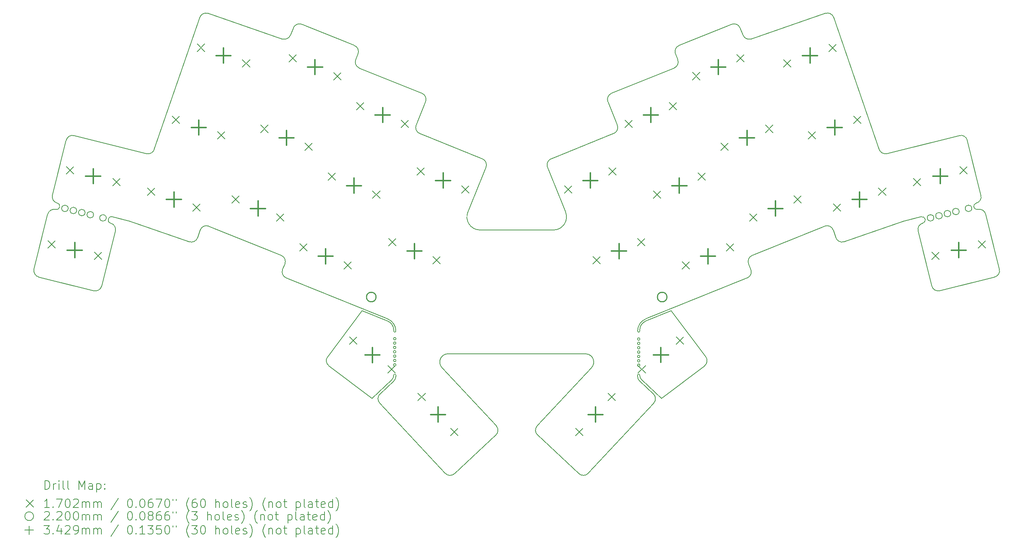
<source format=gbr>
%TF.GenerationSoftware,KiCad,Pcbnew,9.0.1-1.fc42*%
%TF.CreationDate,2025-04-18T11:14:32+10:00*%
%TF.ProjectId,iiwi,69697769-2e6b-4696-9361-645f70636258,0.1*%
%TF.SameCoordinates,Original*%
%TF.FileFunction,Drillmap*%
%TF.FilePolarity,Positive*%
%FSLAX45Y45*%
G04 Gerber Fmt 4.5, Leading zero omitted, Abs format (unit mm)*
G04 Created by KiCad (PCBNEW 9.0.1-1.fc42) date 2025-04-18 11:14:32*
%MOMM*%
%LPD*%
G01*
G04 APERTURE LIST*
%ADD10C,0.150000*%
%ADD11C,0.200000*%
%ADD12C,0.170180*%
%ADD13C,0.220000*%
%ADD14C,0.342900*%
G04 APERTURE END LIST*
D10*
X17705682Y-17992971D02*
G75*
G02*
X17698281Y-17780970I102298J109701D01*
G01*
X20056642Y-16087028D02*
G75*
G02*
X19999260Y-16087028I-28691J0D01*
G01*
X19999260Y-16087028D02*
G75*
G02*
X20056642Y-16087028I28691J0D01*
G01*
X18817740Y-16127465D02*
X15637689Y-16126665D01*
X19321151Y-10337507D02*
X19536550Y-10870638D01*
X16105880Y-12869918D02*
X16521260Y-11841815D01*
X24494941Y-13284295D02*
X24554996Y-13458707D01*
X19404038Y-10142239D02*
X20841173Y-9561599D01*
X26939395Y-14677393D02*
X28200779Y-14362894D01*
X14402451Y-16618545D02*
G75*
G02*
X14354748Y-16728245I-150001J5D01*
G01*
X16756624Y-17780968D02*
G75*
G02*
X16749223Y-17992974I-109704J-102302D01*
G01*
X27676331Y-12785355D02*
G75*
G02*
X27526332Y-12785355I-75000J0D01*
G01*
X27526332Y-12785355D02*
G75*
G02*
X27676331Y-12785355I75000J0D01*
G01*
X6928401Y-12786034D02*
G75*
G02*
X6778402Y-12786034I-75000J0D01*
G01*
X6778402Y-12786034D02*
G75*
G02*
X6928401Y-12786034I75000J0D01*
G01*
X16384035Y-13282299D02*
G75*
G02*
X16105876Y-12869916I-5J299999D01*
G01*
X10157979Y-13194053D02*
X11820767Y-13865863D01*
X12915279Y-16402598D02*
G75*
G02*
X12885753Y-16192527I90271J119798D01*
G01*
X24745659Y-13551699D02*
X26116661Y-13079625D01*
X18868444Y-18872165D02*
X20372660Y-17259091D01*
X19536550Y-10870638D02*
G75*
G02*
X19453665Y-11065909I-139080J-56192D01*
G01*
X22602757Y-14188619D02*
X22551249Y-14061131D01*
X20549651Y-17147529D02*
X20100151Y-16728248D01*
X20050151Y-16753248D02*
G75*
G02*
X20002450Y-16643545I102309J109708D01*
G01*
X13679751Y-15139129D02*
X14264833Y-15375189D01*
X14454141Y-16080129D02*
G75*
G02*
X14396760Y-16080129I-28691J0D01*
G01*
X14396760Y-16080129D02*
G75*
G02*
X14454141Y-16080129I28691J0D01*
G01*
X20872551Y-9238842D02*
X20924060Y-9366330D01*
X20100151Y-16728248D02*
G75*
G02*
X20052450Y-16618545I102309J109708D01*
G01*
X15798461Y-18879568D02*
G75*
G02*
X15586457Y-18872166I-102301J109708D01*
G01*
X13613729Y-9561598D02*
G75*
G02*
X13530841Y-9366329I56191J139078D01*
G01*
X28310035Y-14181062D02*
G75*
G02*
X28200779Y-14362895I-145545J-36288D01*
G01*
X26803065Y-13003085D02*
G75*
G02*
X26653065Y-13003085I-75000J0D01*
G01*
X26653065Y-13003085D02*
G75*
G02*
X26803065Y-13003085I75000J0D01*
G01*
X6459365Y-12919678D02*
X6144867Y-14181062D01*
X6677486Y-12664877D02*
G75*
G02*
X6641197Y-12810424I-18146J-72773D01*
G01*
X11935032Y-14383888D02*
G75*
G02*
X11852143Y-14188619I56188J139078D01*
G01*
X21568459Y-16192184D02*
G75*
G02*
X21538938Y-16402255I-119789J-90276D01*
G01*
X16438373Y-11646547D02*
G75*
G02*
X16521254Y-11841813I-56194J-139073D01*
G01*
X14082242Y-17259091D02*
G75*
G02*
X14089644Y-17047087I109698J102301D01*
G01*
X20056642Y-16387029D02*
G75*
G02*
X19999261Y-16387029I-28691J0D01*
G01*
X19999261Y-16387029D02*
G75*
G02*
X20056642Y-16387029I28691J0D01*
G01*
X9949803Y-8399309D02*
G75*
G02*
X10140467Y-8306315I141827J-48831D01*
G01*
X18349022Y-12869917D02*
G75*
G02*
X18070867Y-13282298I-278152J-112383D01*
G01*
X14452451Y-16643544D02*
G75*
G02*
X14404748Y-16753246I-150001J4D01*
G01*
X26443063Y-13306752D02*
X26757562Y-14568137D01*
X6882729Y-11221660D02*
G75*
G02*
X7064560Y-11112409I145541J-36290D01*
G01*
X21568459Y-16192184D02*
X20774751Y-15139529D01*
X20365257Y-17047089D02*
X20050151Y-16753248D01*
X15001239Y-11065907D02*
G75*
G02*
X14918353Y-10870639I56191J139077D01*
G01*
X8906103Y-11430433D02*
G75*
G02*
X8727988Y-11527138I-141823J48833D01*
G01*
X17705682Y-17992971D02*
X18656442Y-18879568D01*
X26116661Y-13079625D02*
X26116446Y-13079003D01*
X20053051Y-15603359D02*
G75*
G02*
X20002449Y-15603344I-25301J9D01*
G01*
X27886672Y-12483044D02*
X27572173Y-11221660D01*
X6459365Y-12919678D02*
G75*
G02*
X6641197Y-12810424I145545J-36292D01*
G01*
X24505099Y-8399309D02*
X25548799Y-11430433D01*
X20002451Y-16643545D02*
X20002351Y-16618461D01*
X9899906Y-13458707D02*
G75*
G02*
X9709244Y-13551696I-141826J48837D01*
G01*
X14264833Y-15325188D02*
G75*
G02*
X14452447Y-15603344I-112383J-278152D01*
G01*
X20056641Y-15787029D02*
G75*
G02*
X19999261Y-15787029I-28690J0D01*
G01*
X19999261Y-15787029D02*
G75*
G02*
X20056641Y-15787029I28690J0D01*
G01*
X20924060Y-9366330D02*
G75*
G02*
X20841173Y-9561599I-139080J-56190D01*
G01*
X20002351Y-16618461D02*
G75*
G02*
X20052449Y-16618545I25049J-39D01*
G01*
X14402451Y-16618545D02*
G75*
G02*
X14452549Y-16618629I25049J-45D01*
G01*
X14264833Y-15375189D02*
G75*
G02*
X14402447Y-15578344I-81143J-203151D01*
G01*
X20056641Y-15887029D02*
G75*
G02*
X19999260Y-15887029I-28691J0D01*
G01*
X19999260Y-15887029D02*
G75*
G02*
X20056641Y-15887029I28691J0D01*
G01*
X8338241Y-13079626D02*
X9709243Y-13551699D01*
X20872551Y-9238842D02*
G75*
G02*
X20955439Y-9043577I139069J56192D01*
G01*
X22160777Y-8556585D02*
X20955438Y-9043574D01*
X8906103Y-11430433D02*
X9949803Y-8399309D01*
X18817740Y-16127465D02*
G75*
G02*
X18941756Y-16448369I-11280J-188775D01*
G01*
X7902582Y-13124920D02*
G75*
G02*
X7938870Y-12979378I18148J72770D01*
G01*
X6254123Y-14362895D02*
G75*
G02*
X6144865Y-14181062I36287J145545D01*
G01*
X22160777Y-8556585D02*
G75*
G02*
X22356047Y-8639471I56193J-139075D01*
G01*
X20052451Y-15578344D02*
G75*
G02*
X20190068Y-15375186I218759J4D01*
G01*
X20365257Y-17047088D02*
G75*
G02*
X20372659Y-17259090I-102297J-109702D01*
G01*
X14452551Y-16618629D02*
X14452451Y-16643545D01*
X13613729Y-9561598D02*
X15050864Y-10142239D01*
X17933642Y-11841815D02*
X18349022Y-12869917D01*
X13530843Y-9366330D02*
X13582351Y-9238842D01*
X26939395Y-14677393D02*
G75*
G02*
X26757560Y-14568138I-36285J145553D01*
G01*
X24314436Y-8306316D02*
G75*
G02*
X24505095Y-8399310I48834J-141824D01*
G01*
X14454141Y-15780129D02*
G75*
G02*
X14396761Y-15780129I-28690J0D01*
G01*
X14396761Y-15780129D02*
G75*
G02*
X14454141Y-15780129I28690J0D01*
G01*
X15050864Y-10142239D02*
G75*
G02*
X15133753Y-10337508I-56194J-139081D01*
G01*
X12915279Y-16402598D02*
X13904351Y-17148429D01*
X6882728Y-11221660D02*
X6568230Y-12483044D01*
X14454141Y-16180129D02*
G75*
G02*
X14396761Y-16180129I-28690J0D01*
G01*
X14396761Y-16180129D02*
G75*
G02*
X14454141Y-16180129I28690J0D01*
G01*
X20190069Y-15375189D02*
X20774751Y-15139529D01*
X13499464Y-9043573D02*
G75*
G02*
X13582348Y-9238841I-56194J-139077D01*
G01*
X14404750Y-16753248D02*
X14089645Y-17047089D01*
X10140466Y-8306316D02*
X11843259Y-8892635D01*
X14454141Y-16380129D02*
G75*
G02*
X14396761Y-16380129I-28690J0D01*
G01*
X14396761Y-16380129D02*
G75*
G02*
X14454141Y-16380129I28690J0D01*
G01*
X26997124Y-12954700D02*
G75*
G02*
X26847124Y-12954700I-75000J0D01*
G01*
X26847124Y-12954700D02*
G75*
G02*
X26997124Y-12954700I75000J0D01*
G01*
X7064561Y-11112404D02*
X8727987Y-11527142D01*
X14402451Y-15578344D02*
X14401851Y-15603329D01*
X22611643Y-8892635D02*
G75*
G02*
X22423729Y-8806998I-48833J141835D01*
G01*
X7316520Y-12882802D02*
G75*
G02*
X7166520Y-12882802I-75000J0D01*
G01*
X7166520Y-12882802D02*
G75*
G02*
X7316520Y-12882802I75000J0D01*
G01*
X20053051Y-15603359D02*
X20052451Y-15578344D01*
X9959960Y-13284296D02*
G75*
G02*
X10157981Y-13194050I141830J-48834D01*
G01*
X11935032Y-14383888D02*
X14264833Y-15325189D01*
X7510578Y-12931187D02*
G75*
G02*
X7360579Y-12931187I-75000J0D01*
G01*
X7360579Y-12931187D02*
G75*
G02*
X7510578Y-12931187I75000J0D01*
G01*
X25726915Y-11527142D02*
X27390341Y-11112404D01*
X22634135Y-13865863D02*
X24296923Y-13194053D01*
X12098856Y-8639472D02*
X12031172Y-8806998D01*
X20056642Y-15987029D02*
G75*
G02*
X19999259Y-15987029I-28691J0D01*
G01*
X19999259Y-15987029D02*
G75*
G02*
X20056642Y-15987029I28691J0D01*
G01*
X13499464Y-9043573D02*
X12294125Y-8556585D01*
X22423730Y-8806998D02*
X22356045Y-8639472D01*
X15001239Y-11065907D02*
X16438373Y-11646547D01*
X20190069Y-15325189D02*
X22519870Y-14383888D01*
X12098856Y-8639472D02*
G75*
G02*
X12294124Y-8556589I139074J-56189D01*
G01*
X14918351Y-10870638D02*
X15133751Y-10337507D01*
X11903653Y-14061132D02*
X11852145Y-14188619D01*
X7902582Y-13124920D02*
G75*
G02*
X8011830Y-13306751I-36292J-145540D01*
G01*
X7938871Y-12979375D02*
X8338455Y-13079003D01*
X14454141Y-16280129D02*
G75*
G02*
X14396761Y-16280129I-28690J0D01*
G01*
X14396761Y-16280129D02*
G75*
G02*
X14454141Y-16280129I28690J0D01*
G01*
X22611643Y-8892635D02*
X24314436Y-8306316D01*
X26443064Y-13306753D02*
G75*
G02*
X26552319Y-13124918I145556J36283D01*
G01*
X12031172Y-8806998D02*
G75*
G02*
X11843257Y-8892641I-139082J56188D01*
G01*
X14082242Y-17259091D02*
X15586458Y-18872165D01*
X14454141Y-15880129D02*
G75*
G02*
X14396761Y-15880129I-28690J0D01*
G01*
X14396761Y-15880129D02*
G75*
G02*
X14454141Y-15880129I28690J0D01*
G01*
X9899906Y-13458707D02*
X9959960Y-13284295D01*
X7697340Y-14568137D02*
G75*
G02*
X7515508Y-14677389I-145540J36287D01*
G01*
X26116446Y-13079003D02*
X26515862Y-12978697D01*
X7801667Y-13003763D02*
G75*
G02*
X7651668Y-13003763I-74999J0D01*
G01*
X7651668Y-13003763D02*
G75*
G02*
X7801667Y-13003763I74999J0D01*
G01*
X19321151Y-10337507D02*
G75*
G02*
X19404040Y-10142243I139079J56187D01*
G01*
X27813704Y-12810422D02*
G75*
G02*
X27995537Y-12919678I36286J-145548D01*
G01*
X20002451Y-15603344D02*
G75*
G02*
X20190068Y-15325186I299999J4D01*
G01*
X14354751Y-16728248D02*
X13904351Y-17148429D01*
X7697340Y-14568137D02*
X8011838Y-13306753D01*
X22602757Y-14188619D02*
G75*
G02*
X22519870Y-14383887I-139077J-56191D01*
G01*
X20549651Y-17147529D02*
X21538935Y-16402251D01*
X14452451Y-15603344D02*
G75*
G02*
X14401849Y-15603329I-25301J14D01*
G01*
X7122460Y-12834418D02*
G75*
G02*
X6972461Y-12834418I-75000J0D01*
G01*
X6972461Y-12834418D02*
G75*
G02*
X7122460Y-12834418I75000J0D01*
G01*
X25726915Y-11527142D02*
G75*
G02*
X25548798Y-11430434I-36285J145552D01*
G01*
X27886672Y-12483045D02*
G75*
G02*
X27777416Y-12664879I-145552J-36285D01*
G01*
X14454141Y-15980129D02*
G75*
G02*
X14396760Y-15980129I-28691J0D01*
G01*
X14396760Y-15980129D02*
G75*
G02*
X14454141Y-15980129I28691J0D01*
G01*
X6254123Y-14362895D02*
X7515508Y-14677393D01*
X11820767Y-13865863D02*
G75*
G02*
X11903655Y-14061132I-56187J-139077D01*
G01*
X24296923Y-13194053D02*
G75*
G02*
X24494942Y-13284295I56187J-139087D01*
G01*
X22551249Y-14061131D02*
G75*
G02*
X22634136Y-13865866I139071J56192D01*
G01*
X18941749Y-16448362D02*
X17698278Y-17780967D01*
X20056642Y-16187029D02*
G75*
G02*
X19999261Y-16187029I-28691J0D01*
G01*
X19999261Y-16187029D02*
G75*
G02*
X20056642Y-16187029I28691J0D01*
G01*
X17933642Y-11841815D02*
G75*
G02*
X18016526Y-11646541I139078J56195D01*
G01*
X27191183Y-12906316D02*
G75*
G02*
X27041185Y-12906316I-74999J0D01*
G01*
X27041185Y-12906316D02*
G75*
G02*
X27191183Y-12906316I74999J0D01*
G01*
X27385243Y-12857931D02*
G75*
G02*
X27235242Y-12857931I-75000J0D01*
G01*
X27235242Y-12857931D02*
G75*
G02*
X27385243Y-12857931I75000J0D01*
G01*
X20056641Y-16287029D02*
G75*
G02*
X19999261Y-16287029I-28690J0D01*
G01*
X19999261Y-16287029D02*
G75*
G02*
X20056641Y-16287029I28690J0D01*
G01*
X24745659Y-13551700D02*
G75*
G02*
X24554996Y-13458707I-48839J141820D01*
G01*
X28310035Y-14181062D02*
X27995537Y-12919678D01*
X18868445Y-18872165D02*
G75*
G02*
X18656440Y-18879570I-109705J102295D01*
G01*
X15513679Y-16447562D02*
G75*
G02*
X15637689Y-16126674I135291J132123D01*
G01*
X18070867Y-13282300D02*
X16384035Y-13282299D01*
X26515862Y-12978697D02*
G75*
G02*
X26552151Y-13124245I18148J-72773D01*
G01*
X13679751Y-15139129D02*
X12885756Y-16192530D01*
X6677486Y-12664877D02*
G75*
G02*
X6568224Y-12483043I36284J145547D01*
G01*
X15798460Y-18879568D02*
X16749220Y-17992970D01*
X16756623Y-17780967D02*
X15513679Y-16447562D01*
X27813704Y-12810422D02*
G75*
G02*
X27777416Y-12664878I-18144J72772D01*
G01*
X8338455Y-13079003D02*
X8338241Y-13079626D01*
X27390341Y-11112404D02*
G75*
G02*
X27572169Y-11221661I36289J-145536D01*
G01*
X18016528Y-11646547D02*
X19453664Y-11065907D01*
D11*
D12*
X6459600Y-13525760D02*
X6629780Y-13695940D01*
X6629780Y-13525760D02*
X6459600Y-13695940D01*
X6882964Y-11827742D02*
X7053144Y-11997922D01*
X7053144Y-11827742D02*
X6882964Y-11997922D01*
X7526925Y-13791875D02*
X7697105Y-13962055D01*
X7697105Y-13791875D02*
X7526925Y-13962055D01*
X7950288Y-12093857D02*
X8120468Y-12264037D01*
X8120468Y-12093857D02*
X7950288Y-12264037D01*
X8749982Y-12319509D02*
X8920162Y-12489689D01*
X8920162Y-12319509D02*
X8749982Y-12489689D01*
X9319728Y-10664849D02*
X9489908Y-10835029D01*
X9489908Y-10664849D02*
X9319728Y-10835029D01*
X9790056Y-12677635D02*
X9960236Y-12847815D01*
X9960236Y-12677635D02*
X9790056Y-12847815D01*
X9889473Y-9010193D02*
X10059653Y-9180373D01*
X10059653Y-9010193D02*
X9889473Y-9180373D01*
X10359802Y-11022975D02*
X10529982Y-11193155D01*
X10529982Y-11022975D02*
X10359802Y-11193155D01*
X10690942Y-12495846D02*
X10861122Y-12666026D01*
X10861122Y-12495846D02*
X10690942Y-12666026D01*
X10929547Y-9368319D02*
X11099727Y-9538499D01*
X11099727Y-9368319D02*
X10929547Y-9538499D01*
X11346508Y-10873269D02*
X11516688Y-11043449D01*
X11516688Y-10873269D02*
X11346508Y-11043449D01*
X11710843Y-12907914D02*
X11881023Y-13078094D01*
X11881023Y-12907914D02*
X11710843Y-13078094D01*
X12002070Y-9250700D02*
X12172250Y-9420880D01*
X12172250Y-9250700D02*
X12002070Y-9420880D01*
X12242346Y-13594511D02*
X12412526Y-13764691D01*
X12412526Y-13594511D02*
X12242346Y-13764691D01*
X12366409Y-11285336D02*
X12536589Y-11455516D01*
X12536589Y-11285336D02*
X12366409Y-11455516D01*
X12897904Y-11971937D02*
X13068084Y-12142117D01*
X13068084Y-11971937D02*
X12897904Y-12142117D01*
X13021971Y-9662767D02*
X13192151Y-9832947D01*
X13192151Y-9662767D02*
X13021971Y-9832947D01*
X13262247Y-14006578D02*
X13432427Y-14176758D01*
X13432427Y-14006578D02*
X13262247Y-14176758D01*
X13391074Y-15738493D02*
X13561254Y-15908673D01*
X13561254Y-15738493D02*
X13391074Y-15908673D01*
X13553470Y-10349363D02*
X13723650Y-10519543D01*
X13723650Y-10349363D02*
X13553470Y-10519543D01*
X13917805Y-12384005D02*
X14087985Y-12554185D01*
X14087985Y-12384005D02*
X13917805Y-12554185D01*
X14269573Y-16400490D02*
X14439753Y-16570670D01*
X14439753Y-16400490D02*
X14269573Y-16570670D01*
X14285417Y-13476248D02*
X14455597Y-13646428D01*
X14455597Y-13476248D02*
X14285417Y-13646428D01*
X14573371Y-10761430D02*
X14743551Y-10931610D01*
X14743551Y-10761430D02*
X14573371Y-10931610D01*
X14940979Y-11853675D02*
X15111159Y-12023855D01*
X15111159Y-11853675D02*
X14940979Y-12023855D01*
X14959244Y-17032695D02*
X15129424Y-17202875D01*
X15129424Y-17032695D02*
X14959244Y-17202875D01*
X15305318Y-13888315D02*
X15475498Y-14058495D01*
X15475498Y-13888315D02*
X15305318Y-14058495D01*
X15709441Y-17837185D02*
X15879621Y-18007365D01*
X15879621Y-17837185D02*
X15709441Y-18007365D01*
X15960880Y-12265742D02*
X16131060Y-12435922D01*
X16131060Y-12265742D02*
X15960880Y-12435922D01*
X18323500Y-12265536D02*
X18493680Y-12435716D01*
X18493680Y-12265536D02*
X18323500Y-12435716D01*
X18575280Y-17837183D02*
X18745460Y-18007363D01*
X18745460Y-17837183D02*
X18575280Y-18007363D01*
X18979407Y-13888314D02*
X19149587Y-14058494D01*
X19149587Y-13888314D02*
X18979407Y-14058494D01*
X19325479Y-17032696D02*
X19495659Y-17202876D01*
X19495659Y-17032696D02*
X19325479Y-17202876D01*
X19343400Y-11853466D02*
X19513580Y-12023646D01*
X19513580Y-11853466D02*
X19343400Y-12023646D01*
X19711995Y-10761848D02*
X19882175Y-10932028D01*
X19882175Y-10761848D02*
X19711995Y-10932028D01*
X19999307Y-13476244D02*
X20169487Y-13646424D01*
X20169487Y-13476244D02*
X19999307Y-13646424D01*
X20014030Y-16400431D02*
X20184210Y-16570611D01*
X20184210Y-16400431D02*
X20014030Y-16570611D01*
X20366916Y-12384006D02*
X20537096Y-12554186D01*
X20537096Y-12384006D02*
X20366916Y-12554186D01*
X20731894Y-10349778D02*
X20902074Y-10519958D01*
X20902074Y-10349778D02*
X20731894Y-10519958D01*
X20892530Y-15738434D02*
X21062710Y-15908614D01*
X21062710Y-15738434D02*
X20892530Y-15908614D01*
X21022475Y-14006577D02*
X21192655Y-14176757D01*
X21192655Y-14006577D02*
X21022475Y-14176757D01*
X21262593Y-9662508D02*
X21432773Y-9832688D01*
X21432773Y-9662508D02*
X21262593Y-9832688D01*
X21386816Y-11971936D02*
X21556996Y-12142116D01*
X21556996Y-11971936D02*
X21386816Y-12142116D01*
X21918312Y-11285339D02*
X22088492Y-11455519D01*
X22088492Y-11285339D02*
X21918312Y-11455519D01*
X22042374Y-13594507D02*
X22212554Y-13764687D01*
X22212554Y-13594507D02*
X22042374Y-13764687D01*
X22282492Y-9250438D02*
X22452672Y-9420618D01*
X22452672Y-9250438D02*
X22282492Y-9420618D01*
X22573871Y-12907914D02*
X22744051Y-13078094D01*
X22744051Y-12907914D02*
X22573871Y-13078094D01*
X22938212Y-10873269D02*
X23108392Y-11043449D01*
X23108392Y-10873269D02*
X22938212Y-11043449D01*
X23355999Y-9369008D02*
X23526179Y-9539188D01*
X23526179Y-9369008D02*
X23355999Y-9539188D01*
X23593771Y-12495844D02*
X23763951Y-12666024D01*
X23763951Y-12495844D02*
X23593771Y-12666024D01*
X23924253Y-11022357D02*
X24094433Y-11192537D01*
X24094433Y-11022357D02*
X23924253Y-11192537D01*
X24396068Y-9010882D02*
X24566248Y-9181062D01*
X24566248Y-9010882D02*
X24396068Y-9181062D01*
X24494667Y-12677638D02*
X24664847Y-12847818D01*
X24664847Y-12677638D02*
X24494667Y-12847818D01*
X24964322Y-10664232D02*
X25134502Y-10834412D01*
X25134502Y-10664232D02*
X24964322Y-10834412D01*
X25534736Y-12319512D02*
X25704916Y-12489692D01*
X25704916Y-12319512D02*
X25534736Y-12489692D01*
X26334433Y-12093857D02*
X26504613Y-12264037D01*
X26504613Y-12093857D02*
X26334433Y-12264037D01*
X26757797Y-13791874D02*
X26927977Y-13962054D01*
X26927977Y-13791874D02*
X26757797Y-13962054D01*
X27401758Y-11827743D02*
X27571938Y-11997923D01*
X27571938Y-11827743D02*
X27401758Y-11997923D01*
X27825122Y-13525761D02*
X27995302Y-13695941D01*
X27995302Y-13525761D02*
X27825122Y-13695941D01*
D13*
X13997966Y-14822401D02*
G75*
G02*
X13777966Y-14822401I-110000J0D01*
G01*
X13777966Y-14822401D02*
G75*
G02*
X13997966Y-14822401I110000J0D01*
G01*
X13997966Y-14822401D02*
G75*
G02*
X13777966Y-14822401I-110000J0D01*
G01*
X13777966Y-14822401D02*
G75*
G02*
X13997966Y-14822401I110000J0D01*
G01*
X20676936Y-14822401D02*
G75*
G02*
X20456936Y-14822401I-110000J0D01*
G01*
X20456936Y-14822401D02*
G75*
G02*
X20676936Y-14822401I110000J0D01*
G01*
D14*
X7078353Y-13572457D02*
X7078353Y-13915357D01*
X6906903Y-13743907D02*
X7249803Y-13743907D01*
X7501716Y-11874440D02*
X7501716Y-12217340D01*
X7330266Y-12045890D02*
X7673166Y-12045890D01*
X9355109Y-12412212D02*
X9355109Y-12755112D01*
X9183659Y-12583662D02*
X9526559Y-12583662D01*
X9924855Y-10757552D02*
X9924855Y-11100452D01*
X9753405Y-10929002D02*
X10096305Y-10929002D01*
X10494600Y-9102896D02*
X10494600Y-9445796D01*
X10323150Y-9274346D02*
X10666050Y-9274346D01*
X11285982Y-12615520D02*
X11285982Y-12958420D01*
X11114532Y-12786970D02*
X11457432Y-12786970D01*
X11941549Y-10992943D02*
X11941549Y-11335843D01*
X11770099Y-11164393D02*
X12112999Y-11164393D01*
X12597110Y-9370374D02*
X12597110Y-9713274D01*
X12425660Y-9541824D02*
X12768560Y-9541824D01*
X12837387Y-13714185D02*
X12837387Y-14057085D01*
X12665937Y-13885635D02*
X13008837Y-13885635D01*
X13492945Y-12091611D02*
X13492945Y-12434511D01*
X13321495Y-12263061D02*
X13664395Y-12263061D01*
X13915414Y-15983131D02*
X13915414Y-16326031D01*
X13743964Y-16154581D02*
X14086864Y-16154581D01*
X14148510Y-10469037D02*
X14148510Y-10811937D01*
X13977060Y-10640487D02*
X14319960Y-10640487D01*
X14880457Y-13595921D02*
X14880457Y-13938821D01*
X14709007Y-13767371D02*
X15051907Y-13767371D01*
X15419433Y-17348580D02*
X15419433Y-17691480D01*
X15247983Y-17520030D02*
X15590883Y-17520030D01*
X15536019Y-11973349D02*
X15536019Y-12316249D01*
X15364569Y-12144799D02*
X15707469Y-12144799D01*
X18918540Y-11973141D02*
X18918540Y-12316041D01*
X18747090Y-12144591D02*
X19089990Y-12144591D01*
X19035469Y-17348579D02*
X19035469Y-17691479D01*
X18864019Y-17520029D02*
X19206919Y-17520029D01*
X19574447Y-13595919D02*
X19574447Y-13938819D01*
X19402997Y-13767369D02*
X19745897Y-13767369D01*
X20307035Y-10469453D02*
X20307035Y-10812353D01*
X20135585Y-10640903D02*
X20478485Y-10640903D01*
X20538370Y-15983073D02*
X20538370Y-16325973D01*
X20366920Y-16154523D02*
X20709820Y-16154523D01*
X20961956Y-12091611D02*
X20961956Y-12434511D01*
X20790506Y-12263061D02*
X21133406Y-12263061D01*
X21617515Y-13714182D02*
X21617515Y-14057082D01*
X21446065Y-13885632D02*
X21788965Y-13885632D01*
X21857632Y-9370113D02*
X21857632Y-9713013D01*
X21686182Y-9541563D02*
X22029082Y-9541563D01*
X22513352Y-10992944D02*
X22513352Y-11335844D01*
X22341902Y-11164394D02*
X22684802Y-11164394D01*
X23168911Y-12615519D02*
X23168911Y-12958419D01*
X22997461Y-12786969D02*
X23340361Y-12786969D01*
X23961124Y-9103585D02*
X23961124Y-9446485D01*
X23789674Y-9275035D02*
X24132574Y-9275035D01*
X24529378Y-10756935D02*
X24529378Y-11099835D01*
X24357928Y-10928385D02*
X24700828Y-10928385D01*
X25099792Y-12412215D02*
X25099792Y-12755115D01*
X24928342Y-12583665D02*
X25271242Y-12583665D01*
X26953186Y-11874440D02*
X26953186Y-12217340D01*
X26781736Y-12045890D02*
X27124636Y-12045890D01*
X27376549Y-13572457D02*
X27376549Y-13915357D01*
X27205099Y-13743907D02*
X27547999Y-13743907D01*
D11*
X6393687Y-19238852D02*
X6393687Y-19038852D01*
X6393687Y-19038852D02*
X6441306Y-19038852D01*
X6441306Y-19038852D02*
X6469877Y-19048375D01*
X6469877Y-19048375D02*
X6488925Y-19067423D01*
X6488925Y-19067423D02*
X6498449Y-19086471D01*
X6498449Y-19086471D02*
X6507972Y-19124566D01*
X6507972Y-19124566D02*
X6507972Y-19153137D01*
X6507972Y-19153137D02*
X6498449Y-19191233D01*
X6498449Y-19191233D02*
X6488925Y-19210280D01*
X6488925Y-19210280D02*
X6469877Y-19229328D01*
X6469877Y-19229328D02*
X6441306Y-19238852D01*
X6441306Y-19238852D02*
X6393687Y-19238852D01*
X6593687Y-19238852D02*
X6593687Y-19105518D01*
X6593687Y-19143614D02*
X6603210Y-19124566D01*
X6603210Y-19124566D02*
X6612734Y-19115042D01*
X6612734Y-19115042D02*
X6631782Y-19105518D01*
X6631782Y-19105518D02*
X6650830Y-19105518D01*
X6717496Y-19238852D02*
X6717496Y-19105518D01*
X6717496Y-19038852D02*
X6707972Y-19048375D01*
X6707972Y-19048375D02*
X6717496Y-19057899D01*
X6717496Y-19057899D02*
X6727020Y-19048375D01*
X6727020Y-19048375D02*
X6717496Y-19038852D01*
X6717496Y-19038852D02*
X6717496Y-19057899D01*
X6841306Y-19238852D02*
X6822258Y-19229328D01*
X6822258Y-19229328D02*
X6812734Y-19210280D01*
X6812734Y-19210280D02*
X6812734Y-19038852D01*
X6946068Y-19238852D02*
X6927020Y-19229328D01*
X6927020Y-19229328D02*
X6917496Y-19210280D01*
X6917496Y-19210280D02*
X6917496Y-19038852D01*
X7174639Y-19238852D02*
X7174639Y-19038852D01*
X7174639Y-19038852D02*
X7241306Y-19181709D01*
X7241306Y-19181709D02*
X7307972Y-19038852D01*
X7307972Y-19038852D02*
X7307972Y-19238852D01*
X7488925Y-19238852D02*
X7488925Y-19134090D01*
X7488925Y-19134090D02*
X7479401Y-19115042D01*
X7479401Y-19115042D02*
X7460353Y-19105518D01*
X7460353Y-19105518D02*
X7422258Y-19105518D01*
X7422258Y-19105518D02*
X7403210Y-19115042D01*
X7488925Y-19229328D02*
X7469877Y-19238852D01*
X7469877Y-19238852D02*
X7422258Y-19238852D01*
X7422258Y-19238852D02*
X7403210Y-19229328D01*
X7403210Y-19229328D02*
X7393687Y-19210280D01*
X7393687Y-19210280D02*
X7393687Y-19191233D01*
X7393687Y-19191233D02*
X7403210Y-19172185D01*
X7403210Y-19172185D02*
X7422258Y-19162661D01*
X7422258Y-19162661D02*
X7469877Y-19162661D01*
X7469877Y-19162661D02*
X7488925Y-19153137D01*
X7584163Y-19105518D02*
X7584163Y-19305518D01*
X7584163Y-19115042D02*
X7603210Y-19105518D01*
X7603210Y-19105518D02*
X7641306Y-19105518D01*
X7641306Y-19105518D02*
X7660353Y-19115042D01*
X7660353Y-19115042D02*
X7669877Y-19124566D01*
X7669877Y-19124566D02*
X7679401Y-19143614D01*
X7679401Y-19143614D02*
X7679401Y-19200756D01*
X7679401Y-19200756D02*
X7669877Y-19219804D01*
X7669877Y-19219804D02*
X7660353Y-19229328D01*
X7660353Y-19229328D02*
X7641306Y-19238852D01*
X7641306Y-19238852D02*
X7603210Y-19238852D01*
X7603210Y-19238852D02*
X7584163Y-19229328D01*
X7765115Y-19219804D02*
X7774639Y-19229328D01*
X7774639Y-19229328D02*
X7765115Y-19238852D01*
X7765115Y-19238852D02*
X7755591Y-19229328D01*
X7755591Y-19229328D02*
X7765115Y-19219804D01*
X7765115Y-19219804D02*
X7765115Y-19238852D01*
X7765115Y-19115042D02*
X7774639Y-19124566D01*
X7774639Y-19124566D02*
X7765115Y-19134090D01*
X7765115Y-19134090D02*
X7755591Y-19124566D01*
X7755591Y-19124566D02*
X7765115Y-19115042D01*
X7765115Y-19115042D02*
X7765115Y-19134090D01*
D12*
X5962730Y-19482278D02*
X6132910Y-19652458D01*
X6132910Y-19482278D02*
X5962730Y-19652458D01*
D11*
X6498449Y-19658852D02*
X6384163Y-19658852D01*
X6441306Y-19658852D02*
X6441306Y-19458852D01*
X6441306Y-19458852D02*
X6422258Y-19487423D01*
X6422258Y-19487423D02*
X6403210Y-19506471D01*
X6403210Y-19506471D02*
X6384163Y-19515994D01*
X6584163Y-19639804D02*
X6593687Y-19649328D01*
X6593687Y-19649328D02*
X6584163Y-19658852D01*
X6584163Y-19658852D02*
X6574639Y-19649328D01*
X6574639Y-19649328D02*
X6584163Y-19639804D01*
X6584163Y-19639804D02*
X6584163Y-19658852D01*
X6660353Y-19458852D02*
X6793687Y-19458852D01*
X6793687Y-19458852D02*
X6707972Y-19658852D01*
X6907972Y-19458852D02*
X6927020Y-19458852D01*
X6927020Y-19458852D02*
X6946068Y-19468375D01*
X6946068Y-19468375D02*
X6955591Y-19477899D01*
X6955591Y-19477899D02*
X6965115Y-19496947D01*
X6965115Y-19496947D02*
X6974639Y-19535042D01*
X6974639Y-19535042D02*
X6974639Y-19582661D01*
X6974639Y-19582661D02*
X6965115Y-19620756D01*
X6965115Y-19620756D02*
X6955591Y-19639804D01*
X6955591Y-19639804D02*
X6946068Y-19649328D01*
X6946068Y-19649328D02*
X6927020Y-19658852D01*
X6927020Y-19658852D02*
X6907972Y-19658852D01*
X6907972Y-19658852D02*
X6888925Y-19649328D01*
X6888925Y-19649328D02*
X6879401Y-19639804D01*
X6879401Y-19639804D02*
X6869877Y-19620756D01*
X6869877Y-19620756D02*
X6860353Y-19582661D01*
X6860353Y-19582661D02*
X6860353Y-19535042D01*
X6860353Y-19535042D02*
X6869877Y-19496947D01*
X6869877Y-19496947D02*
X6879401Y-19477899D01*
X6879401Y-19477899D02*
X6888925Y-19468375D01*
X6888925Y-19468375D02*
X6907972Y-19458852D01*
X7050830Y-19477899D02*
X7060353Y-19468375D01*
X7060353Y-19468375D02*
X7079401Y-19458852D01*
X7079401Y-19458852D02*
X7127020Y-19458852D01*
X7127020Y-19458852D02*
X7146068Y-19468375D01*
X7146068Y-19468375D02*
X7155591Y-19477899D01*
X7155591Y-19477899D02*
X7165115Y-19496947D01*
X7165115Y-19496947D02*
X7165115Y-19515994D01*
X7165115Y-19515994D02*
X7155591Y-19544566D01*
X7155591Y-19544566D02*
X7041306Y-19658852D01*
X7041306Y-19658852D02*
X7165115Y-19658852D01*
X7250830Y-19658852D02*
X7250830Y-19525518D01*
X7250830Y-19544566D02*
X7260353Y-19535042D01*
X7260353Y-19535042D02*
X7279401Y-19525518D01*
X7279401Y-19525518D02*
X7307972Y-19525518D01*
X7307972Y-19525518D02*
X7327020Y-19535042D01*
X7327020Y-19535042D02*
X7336544Y-19554090D01*
X7336544Y-19554090D02*
X7336544Y-19658852D01*
X7336544Y-19554090D02*
X7346068Y-19535042D01*
X7346068Y-19535042D02*
X7365115Y-19525518D01*
X7365115Y-19525518D02*
X7393687Y-19525518D01*
X7393687Y-19525518D02*
X7412734Y-19535042D01*
X7412734Y-19535042D02*
X7422258Y-19554090D01*
X7422258Y-19554090D02*
X7422258Y-19658852D01*
X7517496Y-19658852D02*
X7517496Y-19525518D01*
X7517496Y-19544566D02*
X7527020Y-19535042D01*
X7527020Y-19535042D02*
X7546068Y-19525518D01*
X7546068Y-19525518D02*
X7574639Y-19525518D01*
X7574639Y-19525518D02*
X7593687Y-19535042D01*
X7593687Y-19535042D02*
X7603211Y-19554090D01*
X7603211Y-19554090D02*
X7603211Y-19658852D01*
X7603211Y-19554090D02*
X7612734Y-19535042D01*
X7612734Y-19535042D02*
X7631782Y-19525518D01*
X7631782Y-19525518D02*
X7660353Y-19525518D01*
X7660353Y-19525518D02*
X7679401Y-19535042D01*
X7679401Y-19535042D02*
X7688925Y-19554090D01*
X7688925Y-19554090D02*
X7688925Y-19658852D01*
X8079401Y-19449328D02*
X7907973Y-19706471D01*
X8336544Y-19458852D02*
X8355592Y-19458852D01*
X8355592Y-19458852D02*
X8374639Y-19468375D01*
X8374639Y-19468375D02*
X8384163Y-19477899D01*
X8384163Y-19477899D02*
X8393687Y-19496947D01*
X8393687Y-19496947D02*
X8403211Y-19535042D01*
X8403211Y-19535042D02*
X8403211Y-19582661D01*
X8403211Y-19582661D02*
X8393687Y-19620756D01*
X8393687Y-19620756D02*
X8384163Y-19639804D01*
X8384163Y-19639804D02*
X8374639Y-19649328D01*
X8374639Y-19649328D02*
X8355592Y-19658852D01*
X8355592Y-19658852D02*
X8336544Y-19658852D01*
X8336544Y-19658852D02*
X8317496Y-19649328D01*
X8317496Y-19649328D02*
X8307973Y-19639804D01*
X8307973Y-19639804D02*
X8298449Y-19620756D01*
X8298449Y-19620756D02*
X8288925Y-19582661D01*
X8288925Y-19582661D02*
X8288925Y-19535042D01*
X8288925Y-19535042D02*
X8298449Y-19496947D01*
X8298449Y-19496947D02*
X8307973Y-19477899D01*
X8307973Y-19477899D02*
X8317496Y-19468375D01*
X8317496Y-19468375D02*
X8336544Y-19458852D01*
X8488925Y-19639804D02*
X8498449Y-19649328D01*
X8498449Y-19649328D02*
X8488925Y-19658852D01*
X8488925Y-19658852D02*
X8479401Y-19649328D01*
X8479401Y-19649328D02*
X8488925Y-19639804D01*
X8488925Y-19639804D02*
X8488925Y-19658852D01*
X8622258Y-19458852D02*
X8641306Y-19458852D01*
X8641306Y-19458852D02*
X8660354Y-19468375D01*
X8660354Y-19468375D02*
X8669877Y-19477899D01*
X8669877Y-19477899D02*
X8679401Y-19496947D01*
X8679401Y-19496947D02*
X8688925Y-19535042D01*
X8688925Y-19535042D02*
X8688925Y-19582661D01*
X8688925Y-19582661D02*
X8679401Y-19620756D01*
X8679401Y-19620756D02*
X8669877Y-19639804D01*
X8669877Y-19639804D02*
X8660354Y-19649328D01*
X8660354Y-19649328D02*
X8641306Y-19658852D01*
X8641306Y-19658852D02*
X8622258Y-19658852D01*
X8622258Y-19658852D02*
X8603211Y-19649328D01*
X8603211Y-19649328D02*
X8593687Y-19639804D01*
X8593687Y-19639804D02*
X8584163Y-19620756D01*
X8584163Y-19620756D02*
X8574639Y-19582661D01*
X8574639Y-19582661D02*
X8574639Y-19535042D01*
X8574639Y-19535042D02*
X8584163Y-19496947D01*
X8584163Y-19496947D02*
X8593687Y-19477899D01*
X8593687Y-19477899D02*
X8603211Y-19468375D01*
X8603211Y-19468375D02*
X8622258Y-19458852D01*
X8860354Y-19458852D02*
X8822258Y-19458852D01*
X8822258Y-19458852D02*
X8803211Y-19468375D01*
X8803211Y-19468375D02*
X8793687Y-19477899D01*
X8793687Y-19477899D02*
X8774639Y-19506471D01*
X8774639Y-19506471D02*
X8765116Y-19544566D01*
X8765116Y-19544566D02*
X8765116Y-19620756D01*
X8765116Y-19620756D02*
X8774639Y-19639804D01*
X8774639Y-19639804D02*
X8784163Y-19649328D01*
X8784163Y-19649328D02*
X8803211Y-19658852D01*
X8803211Y-19658852D02*
X8841306Y-19658852D01*
X8841306Y-19658852D02*
X8860354Y-19649328D01*
X8860354Y-19649328D02*
X8869877Y-19639804D01*
X8869877Y-19639804D02*
X8879401Y-19620756D01*
X8879401Y-19620756D02*
X8879401Y-19573137D01*
X8879401Y-19573137D02*
X8869877Y-19554090D01*
X8869877Y-19554090D02*
X8860354Y-19544566D01*
X8860354Y-19544566D02*
X8841306Y-19535042D01*
X8841306Y-19535042D02*
X8803211Y-19535042D01*
X8803211Y-19535042D02*
X8784163Y-19544566D01*
X8784163Y-19544566D02*
X8774639Y-19554090D01*
X8774639Y-19554090D02*
X8765116Y-19573137D01*
X8946068Y-19458852D02*
X9079401Y-19458852D01*
X9079401Y-19458852D02*
X8993687Y-19658852D01*
X9193687Y-19458852D02*
X9212735Y-19458852D01*
X9212735Y-19458852D02*
X9231782Y-19468375D01*
X9231782Y-19468375D02*
X9241306Y-19477899D01*
X9241306Y-19477899D02*
X9250830Y-19496947D01*
X9250830Y-19496947D02*
X9260354Y-19535042D01*
X9260354Y-19535042D02*
X9260354Y-19582661D01*
X9260354Y-19582661D02*
X9250830Y-19620756D01*
X9250830Y-19620756D02*
X9241306Y-19639804D01*
X9241306Y-19639804D02*
X9231782Y-19649328D01*
X9231782Y-19649328D02*
X9212735Y-19658852D01*
X9212735Y-19658852D02*
X9193687Y-19658852D01*
X9193687Y-19658852D02*
X9174639Y-19649328D01*
X9174639Y-19649328D02*
X9165116Y-19639804D01*
X9165116Y-19639804D02*
X9155592Y-19620756D01*
X9155592Y-19620756D02*
X9146068Y-19582661D01*
X9146068Y-19582661D02*
X9146068Y-19535042D01*
X9146068Y-19535042D02*
X9155592Y-19496947D01*
X9155592Y-19496947D02*
X9165116Y-19477899D01*
X9165116Y-19477899D02*
X9174639Y-19468375D01*
X9174639Y-19468375D02*
X9193687Y-19458852D01*
X9336544Y-19458852D02*
X9336544Y-19496947D01*
X9412735Y-19458852D02*
X9412735Y-19496947D01*
X9707973Y-19735042D02*
X9698449Y-19725518D01*
X9698449Y-19725518D02*
X9679401Y-19696947D01*
X9679401Y-19696947D02*
X9669878Y-19677899D01*
X9669878Y-19677899D02*
X9660354Y-19649328D01*
X9660354Y-19649328D02*
X9650830Y-19601709D01*
X9650830Y-19601709D02*
X9650830Y-19563614D01*
X9650830Y-19563614D02*
X9660354Y-19515994D01*
X9660354Y-19515994D02*
X9669878Y-19487423D01*
X9669878Y-19487423D02*
X9679401Y-19468375D01*
X9679401Y-19468375D02*
X9698449Y-19439804D01*
X9698449Y-19439804D02*
X9707973Y-19430280D01*
X9869878Y-19458852D02*
X9831782Y-19458852D01*
X9831782Y-19458852D02*
X9812735Y-19468375D01*
X9812735Y-19468375D02*
X9803211Y-19477899D01*
X9803211Y-19477899D02*
X9784163Y-19506471D01*
X9784163Y-19506471D02*
X9774639Y-19544566D01*
X9774639Y-19544566D02*
X9774639Y-19620756D01*
X9774639Y-19620756D02*
X9784163Y-19639804D01*
X9784163Y-19639804D02*
X9793687Y-19649328D01*
X9793687Y-19649328D02*
X9812735Y-19658852D01*
X9812735Y-19658852D02*
X9850830Y-19658852D01*
X9850830Y-19658852D02*
X9869878Y-19649328D01*
X9869878Y-19649328D02*
X9879401Y-19639804D01*
X9879401Y-19639804D02*
X9888925Y-19620756D01*
X9888925Y-19620756D02*
X9888925Y-19573137D01*
X9888925Y-19573137D02*
X9879401Y-19554090D01*
X9879401Y-19554090D02*
X9869878Y-19544566D01*
X9869878Y-19544566D02*
X9850830Y-19535042D01*
X9850830Y-19535042D02*
X9812735Y-19535042D01*
X9812735Y-19535042D02*
X9793687Y-19544566D01*
X9793687Y-19544566D02*
X9784163Y-19554090D01*
X9784163Y-19554090D02*
X9774639Y-19573137D01*
X10012735Y-19458852D02*
X10031782Y-19458852D01*
X10031782Y-19458852D02*
X10050830Y-19468375D01*
X10050830Y-19468375D02*
X10060354Y-19477899D01*
X10060354Y-19477899D02*
X10069878Y-19496947D01*
X10069878Y-19496947D02*
X10079401Y-19535042D01*
X10079401Y-19535042D02*
X10079401Y-19582661D01*
X10079401Y-19582661D02*
X10069878Y-19620756D01*
X10069878Y-19620756D02*
X10060354Y-19639804D01*
X10060354Y-19639804D02*
X10050830Y-19649328D01*
X10050830Y-19649328D02*
X10031782Y-19658852D01*
X10031782Y-19658852D02*
X10012735Y-19658852D01*
X10012735Y-19658852D02*
X9993687Y-19649328D01*
X9993687Y-19649328D02*
X9984163Y-19639804D01*
X9984163Y-19639804D02*
X9974639Y-19620756D01*
X9974639Y-19620756D02*
X9965116Y-19582661D01*
X9965116Y-19582661D02*
X9965116Y-19535042D01*
X9965116Y-19535042D02*
X9974639Y-19496947D01*
X9974639Y-19496947D02*
X9984163Y-19477899D01*
X9984163Y-19477899D02*
X9993687Y-19468375D01*
X9993687Y-19468375D02*
X10012735Y-19458852D01*
X10317497Y-19658852D02*
X10317497Y-19458852D01*
X10403211Y-19658852D02*
X10403211Y-19554090D01*
X10403211Y-19554090D02*
X10393687Y-19535042D01*
X10393687Y-19535042D02*
X10374640Y-19525518D01*
X10374640Y-19525518D02*
X10346068Y-19525518D01*
X10346068Y-19525518D02*
X10327020Y-19535042D01*
X10327020Y-19535042D02*
X10317497Y-19544566D01*
X10527020Y-19658852D02*
X10507973Y-19649328D01*
X10507973Y-19649328D02*
X10498449Y-19639804D01*
X10498449Y-19639804D02*
X10488925Y-19620756D01*
X10488925Y-19620756D02*
X10488925Y-19563614D01*
X10488925Y-19563614D02*
X10498449Y-19544566D01*
X10498449Y-19544566D02*
X10507973Y-19535042D01*
X10507973Y-19535042D02*
X10527020Y-19525518D01*
X10527020Y-19525518D02*
X10555592Y-19525518D01*
X10555592Y-19525518D02*
X10574640Y-19535042D01*
X10574640Y-19535042D02*
X10584163Y-19544566D01*
X10584163Y-19544566D02*
X10593687Y-19563614D01*
X10593687Y-19563614D02*
X10593687Y-19620756D01*
X10593687Y-19620756D02*
X10584163Y-19639804D01*
X10584163Y-19639804D02*
X10574640Y-19649328D01*
X10574640Y-19649328D02*
X10555592Y-19658852D01*
X10555592Y-19658852D02*
X10527020Y-19658852D01*
X10707973Y-19658852D02*
X10688925Y-19649328D01*
X10688925Y-19649328D02*
X10679401Y-19630280D01*
X10679401Y-19630280D02*
X10679401Y-19458852D01*
X10860354Y-19649328D02*
X10841306Y-19658852D01*
X10841306Y-19658852D02*
X10803211Y-19658852D01*
X10803211Y-19658852D02*
X10784163Y-19649328D01*
X10784163Y-19649328D02*
X10774640Y-19630280D01*
X10774640Y-19630280D02*
X10774640Y-19554090D01*
X10774640Y-19554090D02*
X10784163Y-19535042D01*
X10784163Y-19535042D02*
X10803211Y-19525518D01*
X10803211Y-19525518D02*
X10841306Y-19525518D01*
X10841306Y-19525518D02*
X10860354Y-19535042D01*
X10860354Y-19535042D02*
X10869878Y-19554090D01*
X10869878Y-19554090D02*
X10869878Y-19573137D01*
X10869878Y-19573137D02*
X10774640Y-19592185D01*
X10946068Y-19649328D02*
X10965116Y-19658852D01*
X10965116Y-19658852D02*
X11003211Y-19658852D01*
X11003211Y-19658852D02*
X11022259Y-19649328D01*
X11022259Y-19649328D02*
X11031782Y-19630280D01*
X11031782Y-19630280D02*
X11031782Y-19620756D01*
X11031782Y-19620756D02*
X11022259Y-19601709D01*
X11022259Y-19601709D02*
X11003211Y-19592185D01*
X11003211Y-19592185D02*
X10974640Y-19592185D01*
X10974640Y-19592185D02*
X10955592Y-19582661D01*
X10955592Y-19582661D02*
X10946068Y-19563614D01*
X10946068Y-19563614D02*
X10946068Y-19554090D01*
X10946068Y-19554090D02*
X10955592Y-19535042D01*
X10955592Y-19535042D02*
X10974640Y-19525518D01*
X10974640Y-19525518D02*
X11003211Y-19525518D01*
X11003211Y-19525518D02*
X11022259Y-19535042D01*
X11098449Y-19735042D02*
X11107973Y-19725518D01*
X11107973Y-19725518D02*
X11127021Y-19696947D01*
X11127021Y-19696947D02*
X11136544Y-19677899D01*
X11136544Y-19677899D02*
X11146068Y-19649328D01*
X11146068Y-19649328D02*
X11155592Y-19601709D01*
X11155592Y-19601709D02*
X11155592Y-19563614D01*
X11155592Y-19563614D02*
X11146068Y-19515994D01*
X11146068Y-19515994D02*
X11136544Y-19487423D01*
X11136544Y-19487423D02*
X11127021Y-19468375D01*
X11127021Y-19468375D02*
X11107973Y-19439804D01*
X11107973Y-19439804D02*
X11098449Y-19430280D01*
X11460354Y-19735042D02*
X11450830Y-19725518D01*
X11450830Y-19725518D02*
X11431782Y-19696947D01*
X11431782Y-19696947D02*
X11422259Y-19677899D01*
X11422259Y-19677899D02*
X11412735Y-19649328D01*
X11412735Y-19649328D02*
X11403211Y-19601709D01*
X11403211Y-19601709D02*
X11403211Y-19563614D01*
X11403211Y-19563614D02*
X11412735Y-19515994D01*
X11412735Y-19515994D02*
X11422259Y-19487423D01*
X11422259Y-19487423D02*
X11431782Y-19468375D01*
X11431782Y-19468375D02*
X11450830Y-19439804D01*
X11450830Y-19439804D02*
X11460354Y-19430280D01*
X11536544Y-19525518D02*
X11536544Y-19658852D01*
X11536544Y-19544566D02*
X11546068Y-19535042D01*
X11546068Y-19535042D02*
X11565116Y-19525518D01*
X11565116Y-19525518D02*
X11593687Y-19525518D01*
X11593687Y-19525518D02*
X11612735Y-19535042D01*
X11612735Y-19535042D02*
X11622259Y-19554090D01*
X11622259Y-19554090D02*
X11622259Y-19658852D01*
X11746068Y-19658852D02*
X11727020Y-19649328D01*
X11727020Y-19649328D02*
X11717497Y-19639804D01*
X11717497Y-19639804D02*
X11707973Y-19620756D01*
X11707973Y-19620756D02*
X11707973Y-19563614D01*
X11707973Y-19563614D02*
X11717497Y-19544566D01*
X11717497Y-19544566D02*
X11727020Y-19535042D01*
X11727020Y-19535042D02*
X11746068Y-19525518D01*
X11746068Y-19525518D02*
X11774640Y-19525518D01*
X11774640Y-19525518D02*
X11793687Y-19535042D01*
X11793687Y-19535042D02*
X11803211Y-19544566D01*
X11803211Y-19544566D02*
X11812735Y-19563614D01*
X11812735Y-19563614D02*
X11812735Y-19620756D01*
X11812735Y-19620756D02*
X11803211Y-19639804D01*
X11803211Y-19639804D02*
X11793687Y-19649328D01*
X11793687Y-19649328D02*
X11774640Y-19658852D01*
X11774640Y-19658852D02*
X11746068Y-19658852D01*
X11869878Y-19525518D02*
X11946068Y-19525518D01*
X11898449Y-19458852D02*
X11898449Y-19630280D01*
X11898449Y-19630280D02*
X11907973Y-19649328D01*
X11907973Y-19649328D02*
X11927020Y-19658852D01*
X11927020Y-19658852D02*
X11946068Y-19658852D01*
X12165116Y-19525518D02*
X12165116Y-19725518D01*
X12165116Y-19535042D02*
X12184163Y-19525518D01*
X12184163Y-19525518D02*
X12222259Y-19525518D01*
X12222259Y-19525518D02*
X12241306Y-19535042D01*
X12241306Y-19535042D02*
X12250830Y-19544566D01*
X12250830Y-19544566D02*
X12260354Y-19563614D01*
X12260354Y-19563614D02*
X12260354Y-19620756D01*
X12260354Y-19620756D02*
X12250830Y-19639804D01*
X12250830Y-19639804D02*
X12241306Y-19649328D01*
X12241306Y-19649328D02*
X12222259Y-19658852D01*
X12222259Y-19658852D02*
X12184163Y-19658852D01*
X12184163Y-19658852D02*
X12165116Y-19649328D01*
X12374640Y-19658852D02*
X12355592Y-19649328D01*
X12355592Y-19649328D02*
X12346068Y-19630280D01*
X12346068Y-19630280D02*
X12346068Y-19458852D01*
X12536544Y-19658852D02*
X12536544Y-19554090D01*
X12536544Y-19554090D02*
X12527021Y-19535042D01*
X12527021Y-19535042D02*
X12507973Y-19525518D01*
X12507973Y-19525518D02*
X12469878Y-19525518D01*
X12469878Y-19525518D02*
X12450830Y-19535042D01*
X12536544Y-19649328D02*
X12517497Y-19658852D01*
X12517497Y-19658852D02*
X12469878Y-19658852D01*
X12469878Y-19658852D02*
X12450830Y-19649328D01*
X12450830Y-19649328D02*
X12441306Y-19630280D01*
X12441306Y-19630280D02*
X12441306Y-19611233D01*
X12441306Y-19611233D02*
X12450830Y-19592185D01*
X12450830Y-19592185D02*
X12469878Y-19582661D01*
X12469878Y-19582661D02*
X12517497Y-19582661D01*
X12517497Y-19582661D02*
X12536544Y-19573137D01*
X12603211Y-19525518D02*
X12679401Y-19525518D01*
X12631782Y-19458852D02*
X12631782Y-19630280D01*
X12631782Y-19630280D02*
X12641306Y-19649328D01*
X12641306Y-19649328D02*
X12660354Y-19658852D01*
X12660354Y-19658852D02*
X12679401Y-19658852D01*
X12822259Y-19649328D02*
X12803211Y-19658852D01*
X12803211Y-19658852D02*
X12765116Y-19658852D01*
X12765116Y-19658852D02*
X12746068Y-19649328D01*
X12746068Y-19649328D02*
X12736544Y-19630280D01*
X12736544Y-19630280D02*
X12736544Y-19554090D01*
X12736544Y-19554090D02*
X12746068Y-19535042D01*
X12746068Y-19535042D02*
X12765116Y-19525518D01*
X12765116Y-19525518D02*
X12803211Y-19525518D01*
X12803211Y-19525518D02*
X12822259Y-19535042D01*
X12822259Y-19535042D02*
X12831782Y-19554090D01*
X12831782Y-19554090D02*
X12831782Y-19573137D01*
X12831782Y-19573137D02*
X12736544Y-19592185D01*
X13003211Y-19658852D02*
X13003211Y-19458852D01*
X13003211Y-19649328D02*
X12984163Y-19658852D01*
X12984163Y-19658852D02*
X12946068Y-19658852D01*
X12946068Y-19658852D02*
X12927021Y-19649328D01*
X12927021Y-19649328D02*
X12917497Y-19639804D01*
X12917497Y-19639804D02*
X12907973Y-19620756D01*
X12907973Y-19620756D02*
X12907973Y-19563614D01*
X12907973Y-19563614D02*
X12917497Y-19544566D01*
X12917497Y-19544566D02*
X12927021Y-19535042D01*
X12927021Y-19535042D02*
X12946068Y-19525518D01*
X12946068Y-19525518D02*
X12984163Y-19525518D01*
X12984163Y-19525518D02*
X13003211Y-19535042D01*
X13079402Y-19735042D02*
X13088925Y-19725518D01*
X13088925Y-19725518D02*
X13107973Y-19696947D01*
X13107973Y-19696947D02*
X13117497Y-19677899D01*
X13117497Y-19677899D02*
X13127021Y-19649328D01*
X13127021Y-19649328D02*
X13136544Y-19601709D01*
X13136544Y-19601709D02*
X13136544Y-19563614D01*
X13136544Y-19563614D02*
X13127021Y-19515994D01*
X13127021Y-19515994D02*
X13117497Y-19487423D01*
X13117497Y-19487423D02*
X13107973Y-19468375D01*
X13107973Y-19468375D02*
X13088925Y-19439804D01*
X13088925Y-19439804D02*
X13079402Y-19430280D01*
X6132910Y-19857548D02*
G75*
G02*
X5932910Y-19857548I-100000J0D01*
G01*
X5932910Y-19857548D02*
G75*
G02*
X6132910Y-19857548I100000J0D01*
G01*
X6384163Y-19768079D02*
X6393687Y-19758555D01*
X6393687Y-19758555D02*
X6412734Y-19749032D01*
X6412734Y-19749032D02*
X6460353Y-19749032D01*
X6460353Y-19749032D02*
X6479401Y-19758555D01*
X6479401Y-19758555D02*
X6488925Y-19768079D01*
X6488925Y-19768079D02*
X6498449Y-19787127D01*
X6498449Y-19787127D02*
X6498449Y-19806174D01*
X6498449Y-19806174D02*
X6488925Y-19834746D01*
X6488925Y-19834746D02*
X6374639Y-19949032D01*
X6374639Y-19949032D02*
X6498449Y-19949032D01*
X6584163Y-19929984D02*
X6593687Y-19939508D01*
X6593687Y-19939508D02*
X6584163Y-19949032D01*
X6584163Y-19949032D02*
X6574639Y-19939508D01*
X6574639Y-19939508D02*
X6584163Y-19929984D01*
X6584163Y-19929984D02*
X6584163Y-19949032D01*
X6669877Y-19768079D02*
X6679401Y-19758555D01*
X6679401Y-19758555D02*
X6698449Y-19749032D01*
X6698449Y-19749032D02*
X6746068Y-19749032D01*
X6746068Y-19749032D02*
X6765115Y-19758555D01*
X6765115Y-19758555D02*
X6774639Y-19768079D01*
X6774639Y-19768079D02*
X6784163Y-19787127D01*
X6784163Y-19787127D02*
X6784163Y-19806174D01*
X6784163Y-19806174D02*
X6774639Y-19834746D01*
X6774639Y-19834746D02*
X6660353Y-19949032D01*
X6660353Y-19949032D02*
X6784163Y-19949032D01*
X6907972Y-19749032D02*
X6927020Y-19749032D01*
X6927020Y-19749032D02*
X6946068Y-19758555D01*
X6946068Y-19758555D02*
X6955591Y-19768079D01*
X6955591Y-19768079D02*
X6965115Y-19787127D01*
X6965115Y-19787127D02*
X6974639Y-19825222D01*
X6974639Y-19825222D02*
X6974639Y-19872841D01*
X6974639Y-19872841D02*
X6965115Y-19910936D01*
X6965115Y-19910936D02*
X6955591Y-19929984D01*
X6955591Y-19929984D02*
X6946068Y-19939508D01*
X6946068Y-19939508D02*
X6927020Y-19949032D01*
X6927020Y-19949032D02*
X6907972Y-19949032D01*
X6907972Y-19949032D02*
X6888925Y-19939508D01*
X6888925Y-19939508D02*
X6879401Y-19929984D01*
X6879401Y-19929984D02*
X6869877Y-19910936D01*
X6869877Y-19910936D02*
X6860353Y-19872841D01*
X6860353Y-19872841D02*
X6860353Y-19825222D01*
X6860353Y-19825222D02*
X6869877Y-19787127D01*
X6869877Y-19787127D02*
X6879401Y-19768079D01*
X6879401Y-19768079D02*
X6888925Y-19758555D01*
X6888925Y-19758555D02*
X6907972Y-19749032D01*
X7098449Y-19749032D02*
X7117496Y-19749032D01*
X7117496Y-19749032D02*
X7136544Y-19758555D01*
X7136544Y-19758555D02*
X7146068Y-19768079D01*
X7146068Y-19768079D02*
X7155591Y-19787127D01*
X7155591Y-19787127D02*
X7165115Y-19825222D01*
X7165115Y-19825222D02*
X7165115Y-19872841D01*
X7165115Y-19872841D02*
X7155591Y-19910936D01*
X7155591Y-19910936D02*
X7146068Y-19929984D01*
X7146068Y-19929984D02*
X7136544Y-19939508D01*
X7136544Y-19939508D02*
X7117496Y-19949032D01*
X7117496Y-19949032D02*
X7098449Y-19949032D01*
X7098449Y-19949032D02*
X7079401Y-19939508D01*
X7079401Y-19939508D02*
X7069877Y-19929984D01*
X7069877Y-19929984D02*
X7060353Y-19910936D01*
X7060353Y-19910936D02*
X7050830Y-19872841D01*
X7050830Y-19872841D02*
X7050830Y-19825222D01*
X7050830Y-19825222D02*
X7060353Y-19787127D01*
X7060353Y-19787127D02*
X7069877Y-19768079D01*
X7069877Y-19768079D02*
X7079401Y-19758555D01*
X7079401Y-19758555D02*
X7098449Y-19749032D01*
X7250830Y-19949032D02*
X7250830Y-19815698D01*
X7250830Y-19834746D02*
X7260353Y-19825222D01*
X7260353Y-19825222D02*
X7279401Y-19815698D01*
X7279401Y-19815698D02*
X7307972Y-19815698D01*
X7307972Y-19815698D02*
X7327020Y-19825222D01*
X7327020Y-19825222D02*
X7336544Y-19844270D01*
X7336544Y-19844270D02*
X7336544Y-19949032D01*
X7336544Y-19844270D02*
X7346068Y-19825222D01*
X7346068Y-19825222D02*
X7365115Y-19815698D01*
X7365115Y-19815698D02*
X7393687Y-19815698D01*
X7393687Y-19815698D02*
X7412734Y-19825222D01*
X7412734Y-19825222D02*
X7422258Y-19844270D01*
X7422258Y-19844270D02*
X7422258Y-19949032D01*
X7517496Y-19949032D02*
X7517496Y-19815698D01*
X7517496Y-19834746D02*
X7527020Y-19825222D01*
X7527020Y-19825222D02*
X7546068Y-19815698D01*
X7546068Y-19815698D02*
X7574639Y-19815698D01*
X7574639Y-19815698D02*
X7593687Y-19825222D01*
X7593687Y-19825222D02*
X7603211Y-19844270D01*
X7603211Y-19844270D02*
X7603211Y-19949032D01*
X7603211Y-19844270D02*
X7612734Y-19825222D01*
X7612734Y-19825222D02*
X7631782Y-19815698D01*
X7631782Y-19815698D02*
X7660353Y-19815698D01*
X7660353Y-19815698D02*
X7679401Y-19825222D01*
X7679401Y-19825222D02*
X7688925Y-19844270D01*
X7688925Y-19844270D02*
X7688925Y-19949032D01*
X8079401Y-19739508D02*
X7907973Y-19996651D01*
X8336544Y-19749032D02*
X8355592Y-19749032D01*
X8355592Y-19749032D02*
X8374639Y-19758555D01*
X8374639Y-19758555D02*
X8384163Y-19768079D01*
X8384163Y-19768079D02*
X8393687Y-19787127D01*
X8393687Y-19787127D02*
X8403211Y-19825222D01*
X8403211Y-19825222D02*
X8403211Y-19872841D01*
X8403211Y-19872841D02*
X8393687Y-19910936D01*
X8393687Y-19910936D02*
X8384163Y-19929984D01*
X8384163Y-19929984D02*
X8374639Y-19939508D01*
X8374639Y-19939508D02*
X8355592Y-19949032D01*
X8355592Y-19949032D02*
X8336544Y-19949032D01*
X8336544Y-19949032D02*
X8317496Y-19939508D01*
X8317496Y-19939508D02*
X8307973Y-19929984D01*
X8307973Y-19929984D02*
X8298449Y-19910936D01*
X8298449Y-19910936D02*
X8288925Y-19872841D01*
X8288925Y-19872841D02*
X8288925Y-19825222D01*
X8288925Y-19825222D02*
X8298449Y-19787127D01*
X8298449Y-19787127D02*
X8307973Y-19768079D01*
X8307973Y-19768079D02*
X8317496Y-19758555D01*
X8317496Y-19758555D02*
X8336544Y-19749032D01*
X8488925Y-19929984D02*
X8498449Y-19939508D01*
X8498449Y-19939508D02*
X8488925Y-19949032D01*
X8488925Y-19949032D02*
X8479401Y-19939508D01*
X8479401Y-19939508D02*
X8488925Y-19929984D01*
X8488925Y-19929984D02*
X8488925Y-19949032D01*
X8622258Y-19749032D02*
X8641306Y-19749032D01*
X8641306Y-19749032D02*
X8660354Y-19758555D01*
X8660354Y-19758555D02*
X8669877Y-19768079D01*
X8669877Y-19768079D02*
X8679401Y-19787127D01*
X8679401Y-19787127D02*
X8688925Y-19825222D01*
X8688925Y-19825222D02*
X8688925Y-19872841D01*
X8688925Y-19872841D02*
X8679401Y-19910936D01*
X8679401Y-19910936D02*
X8669877Y-19929984D01*
X8669877Y-19929984D02*
X8660354Y-19939508D01*
X8660354Y-19939508D02*
X8641306Y-19949032D01*
X8641306Y-19949032D02*
X8622258Y-19949032D01*
X8622258Y-19949032D02*
X8603211Y-19939508D01*
X8603211Y-19939508D02*
X8593687Y-19929984D01*
X8593687Y-19929984D02*
X8584163Y-19910936D01*
X8584163Y-19910936D02*
X8574639Y-19872841D01*
X8574639Y-19872841D02*
X8574639Y-19825222D01*
X8574639Y-19825222D02*
X8584163Y-19787127D01*
X8584163Y-19787127D02*
X8593687Y-19768079D01*
X8593687Y-19768079D02*
X8603211Y-19758555D01*
X8603211Y-19758555D02*
X8622258Y-19749032D01*
X8803211Y-19834746D02*
X8784163Y-19825222D01*
X8784163Y-19825222D02*
X8774639Y-19815698D01*
X8774639Y-19815698D02*
X8765116Y-19796651D01*
X8765116Y-19796651D02*
X8765116Y-19787127D01*
X8765116Y-19787127D02*
X8774639Y-19768079D01*
X8774639Y-19768079D02*
X8784163Y-19758555D01*
X8784163Y-19758555D02*
X8803211Y-19749032D01*
X8803211Y-19749032D02*
X8841306Y-19749032D01*
X8841306Y-19749032D02*
X8860354Y-19758555D01*
X8860354Y-19758555D02*
X8869877Y-19768079D01*
X8869877Y-19768079D02*
X8879401Y-19787127D01*
X8879401Y-19787127D02*
X8879401Y-19796651D01*
X8879401Y-19796651D02*
X8869877Y-19815698D01*
X8869877Y-19815698D02*
X8860354Y-19825222D01*
X8860354Y-19825222D02*
X8841306Y-19834746D01*
X8841306Y-19834746D02*
X8803211Y-19834746D01*
X8803211Y-19834746D02*
X8784163Y-19844270D01*
X8784163Y-19844270D02*
X8774639Y-19853794D01*
X8774639Y-19853794D02*
X8765116Y-19872841D01*
X8765116Y-19872841D02*
X8765116Y-19910936D01*
X8765116Y-19910936D02*
X8774639Y-19929984D01*
X8774639Y-19929984D02*
X8784163Y-19939508D01*
X8784163Y-19939508D02*
X8803211Y-19949032D01*
X8803211Y-19949032D02*
X8841306Y-19949032D01*
X8841306Y-19949032D02*
X8860354Y-19939508D01*
X8860354Y-19939508D02*
X8869877Y-19929984D01*
X8869877Y-19929984D02*
X8879401Y-19910936D01*
X8879401Y-19910936D02*
X8879401Y-19872841D01*
X8879401Y-19872841D02*
X8869877Y-19853794D01*
X8869877Y-19853794D02*
X8860354Y-19844270D01*
X8860354Y-19844270D02*
X8841306Y-19834746D01*
X9050830Y-19749032D02*
X9012735Y-19749032D01*
X9012735Y-19749032D02*
X8993687Y-19758555D01*
X8993687Y-19758555D02*
X8984163Y-19768079D01*
X8984163Y-19768079D02*
X8965116Y-19796651D01*
X8965116Y-19796651D02*
X8955592Y-19834746D01*
X8955592Y-19834746D02*
X8955592Y-19910936D01*
X8955592Y-19910936D02*
X8965116Y-19929984D01*
X8965116Y-19929984D02*
X8974639Y-19939508D01*
X8974639Y-19939508D02*
X8993687Y-19949032D01*
X8993687Y-19949032D02*
X9031782Y-19949032D01*
X9031782Y-19949032D02*
X9050830Y-19939508D01*
X9050830Y-19939508D02*
X9060354Y-19929984D01*
X9060354Y-19929984D02*
X9069877Y-19910936D01*
X9069877Y-19910936D02*
X9069877Y-19863317D01*
X9069877Y-19863317D02*
X9060354Y-19844270D01*
X9060354Y-19844270D02*
X9050830Y-19834746D01*
X9050830Y-19834746D02*
X9031782Y-19825222D01*
X9031782Y-19825222D02*
X8993687Y-19825222D01*
X8993687Y-19825222D02*
X8974639Y-19834746D01*
X8974639Y-19834746D02*
X8965116Y-19844270D01*
X8965116Y-19844270D02*
X8955592Y-19863317D01*
X9241306Y-19749032D02*
X9203211Y-19749032D01*
X9203211Y-19749032D02*
X9184163Y-19758555D01*
X9184163Y-19758555D02*
X9174639Y-19768079D01*
X9174639Y-19768079D02*
X9155592Y-19796651D01*
X9155592Y-19796651D02*
X9146068Y-19834746D01*
X9146068Y-19834746D02*
X9146068Y-19910936D01*
X9146068Y-19910936D02*
X9155592Y-19929984D01*
X9155592Y-19929984D02*
X9165116Y-19939508D01*
X9165116Y-19939508D02*
X9184163Y-19949032D01*
X9184163Y-19949032D02*
X9222258Y-19949032D01*
X9222258Y-19949032D02*
X9241306Y-19939508D01*
X9241306Y-19939508D02*
X9250830Y-19929984D01*
X9250830Y-19929984D02*
X9260354Y-19910936D01*
X9260354Y-19910936D02*
X9260354Y-19863317D01*
X9260354Y-19863317D02*
X9250830Y-19844270D01*
X9250830Y-19844270D02*
X9241306Y-19834746D01*
X9241306Y-19834746D02*
X9222258Y-19825222D01*
X9222258Y-19825222D02*
X9184163Y-19825222D01*
X9184163Y-19825222D02*
X9165116Y-19834746D01*
X9165116Y-19834746D02*
X9155592Y-19844270D01*
X9155592Y-19844270D02*
X9146068Y-19863317D01*
X9336544Y-19749032D02*
X9336544Y-19787127D01*
X9412735Y-19749032D02*
X9412735Y-19787127D01*
X9707973Y-20025222D02*
X9698449Y-20015698D01*
X9698449Y-20015698D02*
X9679401Y-19987127D01*
X9679401Y-19987127D02*
X9669878Y-19968079D01*
X9669878Y-19968079D02*
X9660354Y-19939508D01*
X9660354Y-19939508D02*
X9650830Y-19891889D01*
X9650830Y-19891889D02*
X9650830Y-19853794D01*
X9650830Y-19853794D02*
X9660354Y-19806174D01*
X9660354Y-19806174D02*
X9669878Y-19777603D01*
X9669878Y-19777603D02*
X9679401Y-19758555D01*
X9679401Y-19758555D02*
X9698449Y-19729984D01*
X9698449Y-19729984D02*
X9707973Y-19720460D01*
X9765116Y-19749032D02*
X9888925Y-19749032D01*
X9888925Y-19749032D02*
X9822258Y-19825222D01*
X9822258Y-19825222D02*
X9850830Y-19825222D01*
X9850830Y-19825222D02*
X9869878Y-19834746D01*
X9869878Y-19834746D02*
X9879401Y-19844270D01*
X9879401Y-19844270D02*
X9888925Y-19863317D01*
X9888925Y-19863317D02*
X9888925Y-19910936D01*
X9888925Y-19910936D02*
X9879401Y-19929984D01*
X9879401Y-19929984D02*
X9869878Y-19939508D01*
X9869878Y-19939508D02*
X9850830Y-19949032D01*
X9850830Y-19949032D02*
X9793687Y-19949032D01*
X9793687Y-19949032D02*
X9774639Y-19939508D01*
X9774639Y-19939508D02*
X9765116Y-19929984D01*
X10127020Y-19949032D02*
X10127020Y-19749032D01*
X10212735Y-19949032D02*
X10212735Y-19844270D01*
X10212735Y-19844270D02*
X10203211Y-19825222D01*
X10203211Y-19825222D02*
X10184163Y-19815698D01*
X10184163Y-19815698D02*
X10155592Y-19815698D01*
X10155592Y-19815698D02*
X10136544Y-19825222D01*
X10136544Y-19825222D02*
X10127020Y-19834746D01*
X10336544Y-19949032D02*
X10317497Y-19939508D01*
X10317497Y-19939508D02*
X10307973Y-19929984D01*
X10307973Y-19929984D02*
X10298449Y-19910936D01*
X10298449Y-19910936D02*
X10298449Y-19853794D01*
X10298449Y-19853794D02*
X10307973Y-19834746D01*
X10307973Y-19834746D02*
X10317497Y-19825222D01*
X10317497Y-19825222D02*
X10336544Y-19815698D01*
X10336544Y-19815698D02*
X10365116Y-19815698D01*
X10365116Y-19815698D02*
X10384163Y-19825222D01*
X10384163Y-19825222D02*
X10393687Y-19834746D01*
X10393687Y-19834746D02*
X10403211Y-19853794D01*
X10403211Y-19853794D02*
X10403211Y-19910936D01*
X10403211Y-19910936D02*
X10393687Y-19929984D01*
X10393687Y-19929984D02*
X10384163Y-19939508D01*
X10384163Y-19939508D02*
X10365116Y-19949032D01*
X10365116Y-19949032D02*
X10336544Y-19949032D01*
X10517497Y-19949032D02*
X10498449Y-19939508D01*
X10498449Y-19939508D02*
X10488925Y-19920460D01*
X10488925Y-19920460D02*
X10488925Y-19749032D01*
X10669878Y-19939508D02*
X10650830Y-19949032D01*
X10650830Y-19949032D02*
X10612735Y-19949032D01*
X10612735Y-19949032D02*
X10593687Y-19939508D01*
X10593687Y-19939508D02*
X10584163Y-19920460D01*
X10584163Y-19920460D02*
X10584163Y-19844270D01*
X10584163Y-19844270D02*
X10593687Y-19825222D01*
X10593687Y-19825222D02*
X10612735Y-19815698D01*
X10612735Y-19815698D02*
X10650830Y-19815698D01*
X10650830Y-19815698D02*
X10669878Y-19825222D01*
X10669878Y-19825222D02*
X10679401Y-19844270D01*
X10679401Y-19844270D02*
X10679401Y-19863317D01*
X10679401Y-19863317D02*
X10584163Y-19882365D01*
X10755592Y-19939508D02*
X10774640Y-19949032D01*
X10774640Y-19949032D02*
X10812735Y-19949032D01*
X10812735Y-19949032D02*
X10831782Y-19939508D01*
X10831782Y-19939508D02*
X10841306Y-19920460D01*
X10841306Y-19920460D02*
X10841306Y-19910936D01*
X10841306Y-19910936D02*
X10831782Y-19891889D01*
X10831782Y-19891889D02*
X10812735Y-19882365D01*
X10812735Y-19882365D02*
X10784163Y-19882365D01*
X10784163Y-19882365D02*
X10765116Y-19872841D01*
X10765116Y-19872841D02*
X10755592Y-19853794D01*
X10755592Y-19853794D02*
X10755592Y-19844270D01*
X10755592Y-19844270D02*
X10765116Y-19825222D01*
X10765116Y-19825222D02*
X10784163Y-19815698D01*
X10784163Y-19815698D02*
X10812735Y-19815698D01*
X10812735Y-19815698D02*
X10831782Y-19825222D01*
X10907973Y-20025222D02*
X10917497Y-20015698D01*
X10917497Y-20015698D02*
X10936544Y-19987127D01*
X10936544Y-19987127D02*
X10946068Y-19968079D01*
X10946068Y-19968079D02*
X10955592Y-19939508D01*
X10955592Y-19939508D02*
X10965116Y-19891889D01*
X10965116Y-19891889D02*
X10965116Y-19853794D01*
X10965116Y-19853794D02*
X10955592Y-19806174D01*
X10955592Y-19806174D02*
X10946068Y-19777603D01*
X10946068Y-19777603D02*
X10936544Y-19758555D01*
X10936544Y-19758555D02*
X10917497Y-19729984D01*
X10917497Y-19729984D02*
X10907973Y-19720460D01*
X11269878Y-20025222D02*
X11260354Y-20015698D01*
X11260354Y-20015698D02*
X11241306Y-19987127D01*
X11241306Y-19987127D02*
X11231782Y-19968079D01*
X11231782Y-19968079D02*
X11222259Y-19939508D01*
X11222259Y-19939508D02*
X11212735Y-19891889D01*
X11212735Y-19891889D02*
X11212735Y-19853794D01*
X11212735Y-19853794D02*
X11222259Y-19806174D01*
X11222259Y-19806174D02*
X11231782Y-19777603D01*
X11231782Y-19777603D02*
X11241306Y-19758555D01*
X11241306Y-19758555D02*
X11260354Y-19729984D01*
X11260354Y-19729984D02*
X11269878Y-19720460D01*
X11346068Y-19815698D02*
X11346068Y-19949032D01*
X11346068Y-19834746D02*
X11355592Y-19825222D01*
X11355592Y-19825222D02*
X11374639Y-19815698D01*
X11374639Y-19815698D02*
X11403211Y-19815698D01*
X11403211Y-19815698D02*
X11422259Y-19825222D01*
X11422259Y-19825222D02*
X11431782Y-19844270D01*
X11431782Y-19844270D02*
X11431782Y-19949032D01*
X11555592Y-19949032D02*
X11536544Y-19939508D01*
X11536544Y-19939508D02*
X11527020Y-19929984D01*
X11527020Y-19929984D02*
X11517497Y-19910936D01*
X11517497Y-19910936D02*
X11517497Y-19853794D01*
X11517497Y-19853794D02*
X11527020Y-19834746D01*
X11527020Y-19834746D02*
X11536544Y-19825222D01*
X11536544Y-19825222D02*
X11555592Y-19815698D01*
X11555592Y-19815698D02*
X11584163Y-19815698D01*
X11584163Y-19815698D02*
X11603211Y-19825222D01*
X11603211Y-19825222D02*
X11612735Y-19834746D01*
X11612735Y-19834746D02*
X11622259Y-19853794D01*
X11622259Y-19853794D02*
X11622259Y-19910936D01*
X11622259Y-19910936D02*
X11612735Y-19929984D01*
X11612735Y-19929984D02*
X11603211Y-19939508D01*
X11603211Y-19939508D02*
X11584163Y-19949032D01*
X11584163Y-19949032D02*
X11555592Y-19949032D01*
X11679401Y-19815698D02*
X11755592Y-19815698D01*
X11707973Y-19749032D02*
X11707973Y-19920460D01*
X11707973Y-19920460D02*
X11717497Y-19939508D01*
X11717497Y-19939508D02*
X11736544Y-19949032D01*
X11736544Y-19949032D02*
X11755592Y-19949032D01*
X11974640Y-19815698D02*
X11974640Y-20015698D01*
X11974640Y-19825222D02*
X11993687Y-19815698D01*
X11993687Y-19815698D02*
X12031782Y-19815698D01*
X12031782Y-19815698D02*
X12050830Y-19825222D01*
X12050830Y-19825222D02*
X12060354Y-19834746D01*
X12060354Y-19834746D02*
X12069878Y-19853794D01*
X12069878Y-19853794D02*
X12069878Y-19910936D01*
X12069878Y-19910936D02*
X12060354Y-19929984D01*
X12060354Y-19929984D02*
X12050830Y-19939508D01*
X12050830Y-19939508D02*
X12031782Y-19949032D01*
X12031782Y-19949032D02*
X11993687Y-19949032D01*
X11993687Y-19949032D02*
X11974640Y-19939508D01*
X12184163Y-19949032D02*
X12165116Y-19939508D01*
X12165116Y-19939508D02*
X12155592Y-19920460D01*
X12155592Y-19920460D02*
X12155592Y-19749032D01*
X12346068Y-19949032D02*
X12346068Y-19844270D01*
X12346068Y-19844270D02*
X12336544Y-19825222D01*
X12336544Y-19825222D02*
X12317497Y-19815698D01*
X12317497Y-19815698D02*
X12279401Y-19815698D01*
X12279401Y-19815698D02*
X12260354Y-19825222D01*
X12346068Y-19939508D02*
X12327021Y-19949032D01*
X12327021Y-19949032D02*
X12279401Y-19949032D01*
X12279401Y-19949032D02*
X12260354Y-19939508D01*
X12260354Y-19939508D02*
X12250830Y-19920460D01*
X12250830Y-19920460D02*
X12250830Y-19901413D01*
X12250830Y-19901413D02*
X12260354Y-19882365D01*
X12260354Y-19882365D02*
X12279401Y-19872841D01*
X12279401Y-19872841D02*
X12327021Y-19872841D01*
X12327021Y-19872841D02*
X12346068Y-19863317D01*
X12412735Y-19815698D02*
X12488925Y-19815698D01*
X12441306Y-19749032D02*
X12441306Y-19920460D01*
X12441306Y-19920460D02*
X12450830Y-19939508D01*
X12450830Y-19939508D02*
X12469878Y-19949032D01*
X12469878Y-19949032D02*
X12488925Y-19949032D01*
X12631782Y-19939508D02*
X12612735Y-19949032D01*
X12612735Y-19949032D02*
X12574640Y-19949032D01*
X12574640Y-19949032D02*
X12555592Y-19939508D01*
X12555592Y-19939508D02*
X12546068Y-19920460D01*
X12546068Y-19920460D02*
X12546068Y-19844270D01*
X12546068Y-19844270D02*
X12555592Y-19825222D01*
X12555592Y-19825222D02*
X12574640Y-19815698D01*
X12574640Y-19815698D02*
X12612735Y-19815698D01*
X12612735Y-19815698D02*
X12631782Y-19825222D01*
X12631782Y-19825222D02*
X12641306Y-19844270D01*
X12641306Y-19844270D02*
X12641306Y-19863317D01*
X12641306Y-19863317D02*
X12546068Y-19882365D01*
X12812735Y-19949032D02*
X12812735Y-19749032D01*
X12812735Y-19939508D02*
X12793687Y-19949032D01*
X12793687Y-19949032D02*
X12755592Y-19949032D01*
X12755592Y-19949032D02*
X12736544Y-19939508D01*
X12736544Y-19939508D02*
X12727021Y-19929984D01*
X12727021Y-19929984D02*
X12717497Y-19910936D01*
X12717497Y-19910936D02*
X12717497Y-19853794D01*
X12717497Y-19853794D02*
X12727021Y-19834746D01*
X12727021Y-19834746D02*
X12736544Y-19825222D01*
X12736544Y-19825222D02*
X12755592Y-19815698D01*
X12755592Y-19815698D02*
X12793687Y-19815698D01*
X12793687Y-19815698D02*
X12812735Y-19825222D01*
X12888925Y-20025222D02*
X12898449Y-20015698D01*
X12898449Y-20015698D02*
X12917497Y-19987127D01*
X12917497Y-19987127D02*
X12927021Y-19968079D01*
X12927021Y-19968079D02*
X12936544Y-19939508D01*
X12936544Y-19939508D02*
X12946068Y-19891889D01*
X12946068Y-19891889D02*
X12946068Y-19853794D01*
X12946068Y-19853794D02*
X12936544Y-19806174D01*
X12936544Y-19806174D02*
X12927021Y-19777603D01*
X12927021Y-19777603D02*
X12917497Y-19758555D01*
X12917497Y-19758555D02*
X12898449Y-19729984D01*
X12898449Y-19729984D02*
X12888925Y-19720460D01*
X6032910Y-20077548D02*
X6032910Y-20277548D01*
X5932910Y-20177548D02*
X6132910Y-20177548D01*
X6374639Y-20069032D02*
X6498449Y-20069032D01*
X6498449Y-20069032D02*
X6431782Y-20145222D01*
X6431782Y-20145222D02*
X6460353Y-20145222D01*
X6460353Y-20145222D02*
X6479401Y-20154746D01*
X6479401Y-20154746D02*
X6488925Y-20164270D01*
X6488925Y-20164270D02*
X6498449Y-20183317D01*
X6498449Y-20183317D02*
X6498449Y-20230936D01*
X6498449Y-20230936D02*
X6488925Y-20249984D01*
X6488925Y-20249984D02*
X6479401Y-20259508D01*
X6479401Y-20259508D02*
X6460353Y-20269032D01*
X6460353Y-20269032D02*
X6403210Y-20269032D01*
X6403210Y-20269032D02*
X6384163Y-20259508D01*
X6384163Y-20259508D02*
X6374639Y-20249984D01*
X6584163Y-20249984D02*
X6593687Y-20259508D01*
X6593687Y-20259508D02*
X6584163Y-20269032D01*
X6584163Y-20269032D02*
X6574639Y-20259508D01*
X6574639Y-20259508D02*
X6584163Y-20249984D01*
X6584163Y-20249984D02*
X6584163Y-20269032D01*
X6765115Y-20135698D02*
X6765115Y-20269032D01*
X6717496Y-20059508D02*
X6669877Y-20202365D01*
X6669877Y-20202365D02*
X6793687Y-20202365D01*
X6860353Y-20088079D02*
X6869877Y-20078555D01*
X6869877Y-20078555D02*
X6888925Y-20069032D01*
X6888925Y-20069032D02*
X6936544Y-20069032D01*
X6936544Y-20069032D02*
X6955591Y-20078555D01*
X6955591Y-20078555D02*
X6965115Y-20088079D01*
X6965115Y-20088079D02*
X6974639Y-20107127D01*
X6974639Y-20107127D02*
X6974639Y-20126174D01*
X6974639Y-20126174D02*
X6965115Y-20154746D01*
X6965115Y-20154746D02*
X6850830Y-20269032D01*
X6850830Y-20269032D02*
X6974639Y-20269032D01*
X7069877Y-20269032D02*
X7107972Y-20269032D01*
X7107972Y-20269032D02*
X7127020Y-20259508D01*
X7127020Y-20259508D02*
X7136544Y-20249984D01*
X7136544Y-20249984D02*
X7155591Y-20221413D01*
X7155591Y-20221413D02*
X7165115Y-20183317D01*
X7165115Y-20183317D02*
X7165115Y-20107127D01*
X7165115Y-20107127D02*
X7155591Y-20088079D01*
X7155591Y-20088079D02*
X7146068Y-20078555D01*
X7146068Y-20078555D02*
X7127020Y-20069032D01*
X7127020Y-20069032D02*
X7088925Y-20069032D01*
X7088925Y-20069032D02*
X7069877Y-20078555D01*
X7069877Y-20078555D02*
X7060353Y-20088079D01*
X7060353Y-20088079D02*
X7050830Y-20107127D01*
X7050830Y-20107127D02*
X7050830Y-20154746D01*
X7050830Y-20154746D02*
X7060353Y-20173794D01*
X7060353Y-20173794D02*
X7069877Y-20183317D01*
X7069877Y-20183317D02*
X7088925Y-20192841D01*
X7088925Y-20192841D02*
X7127020Y-20192841D01*
X7127020Y-20192841D02*
X7146068Y-20183317D01*
X7146068Y-20183317D02*
X7155591Y-20173794D01*
X7155591Y-20173794D02*
X7165115Y-20154746D01*
X7250830Y-20269032D02*
X7250830Y-20135698D01*
X7250830Y-20154746D02*
X7260353Y-20145222D01*
X7260353Y-20145222D02*
X7279401Y-20135698D01*
X7279401Y-20135698D02*
X7307972Y-20135698D01*
X7307972Y-20135698D02*
X7327020Y-20145222D01*
X7327020Y-20145222D02*
X7336544Y-20164270D01*
X7336544Y-20164270D02*
X7336544Y-20269032D01*
X7336544Y-20164270D02*
X7346068Y-20145222D01*
X7346068Y-20145222D02*
X7365115Y-20135698D01*
X7365115Y-20135698D02*
X7393687Y-20135698D01*
X7393687Y-20135698D02*
X7412734Y-20145222D01*
X7412734Y-20145222D02*
X7422258Y-20164270D01*
X7422258Y-20164270D02*
X7422258Y-20269032D01*
X7517496Y-20269032D02*
X7517496Y-20135698D01*
X7517496Y-20154746D02*
X7527020Y-20145222D01*
X7527020Y-20145222D02*
X7546068Y-20135698D01*
X7546068Y-20135698D02*
X7574639Y-20135698D01*
X7574639Y-20135698D02*
X7593687Y-20145222D01*
X7593687Y-20145222D02*
X7603211Y-20164270D01*
X7603211Y-20164270D02*
X7603211Y-20269032D01*
X7603211Y-20164270D02*
X7612734Y-20145222D01*
X7612734Y-20145222D02*
X7631782Y-20135698D01*
X7631782Y-20135698D02*
X7660353Y-20135698D01*
X7660353Y-20135698D02*
X7679401Y-20145222D01*
X7679401Y-20145222D02*
X7688925Y-20164270D01*
X7688925Y-20164270D02*
X7688925Y-20269032D01*
X8079401Y-20059508D02*
X7907973Y-20316651D01*
X8336544Y-20069032D02*
X8355592Y-20069032D01*
X8355592Y-20069032D02*
X8374639Y-20078555D01*
X8374639Y-20078555D02*
X8384163Y-20088079D01*
X8384163Y-20088079D02*
X8393687Y-20107127D01*
X8393687Y-20107127D02*
X8403211Y-20145222D01*
X8403211Y-20145222D02*
X8403211Y-20192841D01*
X8403211Y-20192841D02*
X8393687Y-20230936D01*
X8393687Y-20230936D02*
X8384163Y-20249984D01*
X8384163Y-20249984D02*
X8374639Y-20259508D01*
X8374639Y-20259508D02*
X8355592Y-20269032D01*
X8355592Y-20269032D02*
X8336544Y-20269032D01*
X8336544Y-20269032D02*
X8317496Y-20259508D01*
X8317496Y-20259508D02*
X8307973Y-20249984D01*
X8307973Y-20249984D02*
X8298449Y-20230936D01*
X8298449Y-20230936D02*
X8288925Y-20192841D01*
X8288925Y-20192841D02*
X8288925Y-20145222D01*
X8288925Y-20145222D02*
X8298449Y-20107127D01*
X8298449Y-20107127D02*
X8307973Y-20088079D01*
X8307973Y-20088079D02*
X8317496Y-20078555D01*
X8317496Y-20078555D02*
X8336544Y-20069032D01*
X8488925Y-20249984D02*
X8498449Y-20259508D01*
X8498449Y-20259508D02*
X8488925Y-20269032D01*
X8488925Y-20269032D02*
X8479401Y-20259508D01*
X8479401Y-20259508D02*
X8488925Y-20249984D01*
X8488925Y-20249984D02*
X8488925Y-20269032D01*
X8688925Y-20269032D02*
X8574639Y-20269032D01*
X8631782Y-20269032D02*
X8631782Y-20069032D01*
X8631782Y-20069032D02*
X8612735Y-20097603D01*
X8612735Y-20097603D02*
X8593687Y-20116651D01*
X8593687Y-20116651D02*
X8574639Y-20126174D01*
X8755592Y-20069032D02*
X8879401Y-20069032D01*
X8879401Y-20069032D02*
X8812735Y-20145222D01*
X8812735Y-20145222D02*
X8841306Y-20145222D01*
X8841306Y-20145222D02*
X8860354Y-20154746D01*
X8860354Y-20154746D02*
X8869877Y-20164270D01*
X8869877Y-20164270D02*
X8879401Y-20183317D01*
X8879401Y-20183317D02*
X8879401Y-20230936D01*
X8879401Y-20230936D02*
X8869877Y-20249984D01*
X8869877Y-20249984D02*
X8860354Y-20259508D01*
X8860354Y-20259508D02*
X8841306Y-20269032D01*
X8841306Y-20269032D02*
X8784163Y-20269032D01*
X8784163Y-20269032D02*
X8765116Y-20259508D01*
X8765116Y-20259508D02*
X8755592Y-20249984D01*
X9060354Y-20069032D02*
X8965116Y-20069032D01*
X8965116Y-20069032D02*
X8955592Y-20164270D01*
X8955592Y-20164270D02*
X8965116Y-20154746D01*
X8965116Y-20154746D02*
X8984163Y-20145222D01*
X8984163Y-20145222D02*
X9031782Y-20145222D01*
X9031782Y-20145222D02*
X9050830Y-20154746D01*
X9050830Y-20154746D02*
X9060354Y-20164270D01*
X9060354Y-20164270D02*
X9069877Y-20183317D01*
X9069877Y-20183317D02*
X9069877Y-20230936D01*
X9069877Y-20230936D02*
X9060354Y-20249984D01*
X9060354Y-20249984D02*
X9050830Y-20259508D01*
X9050830Y-20259508D02*
X9031782Y-20269032D01*
X9031782Y-20269032D02*
X8984163Y-20269032D01*
X8984163Y-20269032D02*
X8965116Y-20259508D01*
X8965116Y-20259508D02*
X8955592Y-20249984D01*
X9193687Y-20069032D02*
X9212735Y-20069032D01*
X9212735Y-20069032D02*
X9231782Y-20078555D01*
X9231782Y-20078555D02*
X9241306Y-20088079D01*
X9241306Y-20088079D02*
X9250830Y-20107127D01*
X9250830Y-20107127D02*
X9260354Y-20145222D01*
X9260354Y-20145222D02*
X9260354Y-20192841D01*
X9260354Y-20192841D02*
X9250830Y-20230936D01*
X9250830Y-20230936D02*
X9241306Y-20249984D01*
X9241306Y-20249984D02*
X9231782Y-20259508D01*
X9231782Y-20259508D02*
X9212735Y-20269032D01*
X9212735Y-20269032D02*
X9193687Y-20269032D01*
X9193687Y-20269032D02*
X9174639Y-20259508D01*
X9174639Y-20259508D02*
X9165116Y-20249984D01*
X9165116Y-20249984D02*
X9155592Y-20230936D01*
X9155592Y-20230936D02*
X9146068Y-20192841D01*
X9146068Y-20192841D02*
X9146068Y-20145222D01*
X9146068Y-20145222D02*
X9155592Y-20107127D01*
X9155592Y-20107127D02*
X9165116Y-20088079D01*
X9165116Y-20088079D02*
X9174639Y-20078555D01*
X9174639Y-20078555D02*
X9193687Y-20069032D01*
X9336544Y-20069032D02*
X9336544Y-20107127D01*
X9412735Y-20069032D02*
X9412735Y-20107127D01*
X9707973Y-20345222D02*
X9698449Y-20335698D01*
X9698449Y-20335698D02*
X9679401Y-20307127D01*
X9679401Y-20307127D02*
X9669878Y-20288079D01*
X9669878Y-20288079D02*
X9660354Y-20259508D01*
X9660354Y-20259508D02*
X9650830Y-20211889D01*
X9650830Y-20211889D02*
X9650830Y-20173794D01*
X9650830Y-20173794D02*
X9660354Y-20126174D01*
X9660354Y-20126174D02*
X9669878Y-20097603D01*
X9669878Y-20097603D02*
X9679401Y-20078555D01*
X9679401Y-20078555D02*
X9698449Y-20049984D01*
X9698449Y-20049984D02*
X9707973Y-20040460D01*
X9765116Y-20069032D02*
X9888925Y-20069032D01*
X9888925Y-20069032D02*
X9822258Y-20145222D01*
X9822258Y-20145222D02*
X9850830Y-20145222D01*
X9850830Y-20145222D02*
X9869878Y-20154746D01*
X9869878Y-20154746D02*
X9879401Y-20164270D01*
X9879401Y-20164270D02*
X9888925Y-20183317D01*
X9888925Y-20183317D02*
X9888925Y-20230936D01*
X9888925Y-20230936D02*
X9879401Y-20249984D01*
X9879401Y-20249984D02*
X9869878Y-20259508D01*
X9869878Y-20259508D02*
X9850830Y-20269032D01*
X9850830Y-20269032D02*
X9793687Y-20269032D01*
X9793687Y-20269032D02*
X9774639Y-20259508D01*
X9774639Y-20259508D02*
X9765116Y-20249984D01*
X10012735Y-20069032D02*
X10031782Y-20069032D01*
X10031782Y-20069032D02*
X10050830Y-20078555D01*
X10050830Y-20078555D02*
X10060354Y-20088079D01*
X10060354Y-20088079D02*
X10069878Y-20107127D01*
X10069878Y-20107127D02*
X10079401Y-20145222D01*
X10079401Y-20145222D02*
X10079401Y-20192841D01*
X10079401Y-20192841D02*
X10069878Y-20230936D01*
X10069878Y-20230936D02*
X10060354Y-20249984D01*
X10060354Y-20249984D02*
X10050830Y-20259508D01*
X10050830Y-20259508D02*
X10031782Y-20269032D01*
X10031782Y-20269032D02*
X10012735Y-20269032D01*
X10012735Y-20269032D02*
X9993687Y-20259508D01*
X9993687Y-20259508D02*
X9984163Y-20249984D01*
X9984163Y-20249984D02*
X9974639Y-20230936D01*
X9974639Y-20230936D02*
X9965116Y-20192841D01*
X9965116Y-20192841D02*
X9965116Y-20145222D01*
X9965116Y-20145222D02*
X9974639Y-20107127D01*
X9974639Y-20107127D02*
X9984163Y-20088079D01*
X9984163Y-20088079D02*
X9993687Y-20078555D01*
X9993687Y-20078555D02*
X10012735Y-20069032D01*
X10317497Y-20269032D02*
X10317497Y-20069032D01*
X10403211Y-20269032D02*
X10403211Y-20164270D01*
X10403211Y-20164270D02*
X10393687Y-20145222D01*
X10393687Y-20145222D02*
X10374640Y-20135698D01*
X10374640Y-20135698D02*
X10346068Y-20135698D01*
X10346068Y-20135698D02*
X10327020Y-20145222D01*
X10327020Y-20145222D02*
X10317497Y-20154746D01*
X10527020Y-20269032D02*
X10507973Y-20259508D01*
X10507973Y-20259508D02*
X10498449Y-20249984D01*
X10498449Y-20249984D02*
X10488925Y-20230936D01*
X10488925Y-20230936D02*
X10488925Y-20173794D01*
X10488925Y-20173794D02*
X10498449Y-20154746D01*
X10498449Y-20154746D02*
X10507973Y-20145222D01*
X10507973Y-20145222D02*
X10527020Y-20135698D01*
X10527020Y-20135698D02*
X10555592Y-20135698D01*
X10555592Y-20135698D02*
X10574640Y-20145222D01*
X10574640Y-20145222D02*
X10584163Y-20154746D01*
X10584163Y-20154746D02*
X10593687Y-20173794D01*
X10593687Y-20173794D02*
X10593687Y-20230936D01*
X10593687Y-20230936D02*
X10584163Y-20249984D01*
X10584163Y-20249984D02*
X10574640Y-20259508D01*
X10574640Y-20259508D02*
X10555592Y-20269032D01*
X10555592Y-20269032D02*
X10527020Y-20269032D01*
X10707973Y-20269032D02*
X10688925Y-20259508D01*
X10688925Y-20259508D02*
X10679401Y-20240460D01*
X10679401Y-20240460D02*
X10679401Y-20069032D01*
X10860354Y-20259508D02*
X10841306Y-20269032D01*
X10841306Y-20269032D02*
X10803211Y-20269032D01*
X10803211Y-20269032D02*
X10784163Y-20259508D01*
X10784163Y-20259508D02*
X10774640Y-20240460D01*
X10774640Y-20240460D02*
X10774640Y-20164270D01*
X10774640Y-20164270D02*
X10784163Y-20145222D01*
X10784163Y-20145222D02*
X10803211Y-20135698D01*
X10803211Y-20135698D02*
X10841306Y-20135698D01*
X10841306Y-20135698D02*
X10860354Y-20145222D01*
X10860354Y-20145222D02*
X10869878Y-20164270D01*
X10869878Y-20164270D02*
X10869878Y-20183317D01*
X10869878Y-20183317D02*
X10774640Y-20202365D01*
X10946068Y-20259508D02*
X10965116Y-20269032D01*
X10965116Y-20269032D02*
X11003211Y-20269032D01*
X11003211Y-20269032D02*
X11022259Y-20259508D01*
X11022259Y-20259508D02*
X11031782Y-20240460D01*
X11031782Y-20240460D02*
X11031782Y-20230936D01*
X11031782Y-20230936D02*
X11022259Y-20211889D01*
X11022259Y-20211889D02*
X11003211Y-20202365D01*
X11003211Y-20202365D02*
X10974640Y-20202365D01*
X10974640Y-20202365D02*
X10955592Y-20192841D01*
X10955592Y-20192841D02*
X10946068Y-20173794D01*
X10946068Y-20173794D02*
X10946068Y-20164270D01*
X10946068Y-20164270D02*
X10955592Y-20145222D01*
X10955592Y-20145222D02*
X10974640Y-20135698D01*
X10974640Y-20135698D02*
X11003211Y-20135698D01*
X11003211Y-20135698D02*
X11022259Y-20145222D01*
X11098449Y-20345222D02*
X11107973Y-20335698D01*
X11107973Y-20335698D02*
X11127021Y-20307127D01*
X11127021Y-20307127D02*
X11136544Y-20288079D01*
X11136544Y-20288079D02*
X11146068Y-20259508D01*
X11146068Y-20259508D02*
X11155592Y-20211889D01*
X11155592Y-20211889D02*
X11155592Y-20173794D01*
X11155592Y-20173794D02*
X11146068Y-20126174D01*
X11146068Y-20126174D02*
X11136544Y-20097603D01*
X11136544Y-20097603D02*
X11127021Y-20078555D01*
X11127021Y-20078555D02*
X11107973Y-20049984D01*
X11107973Y-20049984D02*
X11098449Y-20040460D01*
X11460354Y-20345222D02*
X11450830Y-20335698D01*
X11450830Y-20335698D02*
X11431782Y-20307127D01*
X11431782Y-20307127D02*
X11422259Y-20288079D01*
X11422259Y-20288079D02*
X11412735Y-20259508D01*
X11412735Y-20259508D02*
X11403211Y-20211889D01*
X11403211Y-20211889D02*
X11403211Y-20173794D01*
X11403211Y-20173794D02*
X11412735Y-20126174D01*
X11412735Y-20126174D02*
X11422259Y-20097603D01*
X11422259Y-20097603D02*
X11431782Y-20078555D01*
X11431782Y-20078555D02*
X11450830Y-20049984D01*
X11450830Y-20049984D02*
X11460354Y-20040460D01*
X11536544Y-20135698D02*
X11536544Y-20269032D01*
X11536544Y-20154746D02*
X11546068Y-20145222D01*
X11546068Y-20145222D02*
X11565116Y-20135698D01*
X11565116Y-20135698D02*
X11593687Y-20135698D01*
X11593687Y-20135698D02*
X11612735Y-20145222D01*
X11612735Y-20145222D02*
X11622259Y-20164270D01*
X11622259Y-20164270D02*
X11622259Y-20269032D01*
X11746068Y-20269032D02*
X11727020Y-20259508D01*
X11727020Y-20259508D02*
X11717497Y-20249984D01*
X11717497Y-20249984D02*
X11707973Y-20230936D01*
X11707973Y-20230936D02*
X11707973Y-20173794D01*
X11707973Y-20173794D02*
X11717497Y-20154746D01*
X11717497Y-20154746D02*
X11727020Y-20145222D01*
X11727020Y-20145222D02*
X11746068Y-20135698D01*
X11746068Y-20135698D02*
X11774640Y-20135698D01*
X11774640Y-20135698D02*
X11793687Y-20145222D01*
X11793687Y-20145222D02*
X11803211Y-20154746D01*
X11803211Y-20154746D02*
X11812735Y-20173794D01*
X11812735Y-20173794D02*
X11812735Y-20230936D01*
X11812735Y-20230936D02*
X11803211Y-20249984D01*
X11803211Y-20249984D02*
X11793687Y-20259508D01*
X11793687Y-20259508D02*
X11774640Y-20269032D01*
X11774640Y-20269032D02*
X11746068Y-20269032D01*
X11869878Y-20135698D02*
X11946068Y-20135698D01*
X11898449Y-20069032D02*
X11898449Y-20240460D01*
X11898449Y-20240460D02*
X11907973Y-20259508D01*
X11907973Y-20259508D02*
X11927020Y-20269032D01*
X11927020Y-20269032D02*
X11946068Y-20269032D01*
X12165116Y-20135698D02*
X12165116Y-20335698D01*
X12165116Y-20145222D02*
X12184163Y-20135698D01*
X12184163Y-20135698D02*
X12222259Y-20135698D01*
X12222259Y-20135698D02*
X12241306Y-20145222D01*
X12241306Y-20145222D02*
X12250830Y-20154746D01*
X12250830Y-20154746D02*
X12260354Y-20173794D01*
X12260354Y-20173794D02*
X12260354Y-20230936D01*
X12260354Y-20230936D02*
X12250830Y-20249984D01*
X12250830Y-20249984D02*
X12241306Y-20259508D01*
X12241306Y-20259508D02*
X12222259Y-20269032D01*
X12222259Y-20269032D02*
X12184163Y-20269032D01*
X12184163Y-20269032D02*
X12165116Y-20259508D01*
X12374640Y-20269032D02*
X12355592Y-20259508D01*
X12355592Y-20259508D02*
X12346068Y-20240460D01*
X12346068Y-20240460D02*
X12346068Y-20069032D01*
X12536544Y-20269032D02*
X12536544Y-20164270D01*
X12536544Y-20164270D02*
X12527021Y-20145222D01*
X12527021Y-20145222D02*
X12507973Y-20135698D01*
X12507973Y-20135698D02*
X12469878Y-20135698D01*
X12469878Y-20135698D02*
X12450830Y-20145222D01*
X12536544Y-20259508D02*
X12517497Y-20269032D01*
X12517497Y-20269032D02*
X12469878Y-20269032D01*
X12469878Y-20269032D02*
X12450830Y-20259508D01*
X12450830Y-20259508D02*
X12441306Y-20240460D01*
X12441306Y-20240460D02*
X12441306Y-20221413D01*
X12441306Y-20221413D02*
X12450830Y-20202365D01*
X12450830Y-20202365D02*
X12469878Y-20192841D01*
X12469878Y-20192841D02*
X12517497Y-20192841D01*
X12517497Y-20192841D02*
X12536544Y-20183317D01*
X12603211Y-20135698D02*
X12679401Y-20135698D01*
X12631782Y-20069032D02*
X12631782Y-20240460D01*
X12631782Y-20240460D02*
X12641306Y-20259508D01*
X12641306Y-20259508D02*
X12660354Y-20269032D01*
X12660354Y-20269032D02*
X12679401Y-20269032D01*
X12822259Y-20259508D02*
X12803211Y-20269032D01*
X12803211Y-20269032D02*
X12765116Y-20269032D01*
X12765116Y-20269032D02*
X12746068Y-20259508D01*
X12746068Y-20259508D02*
X12736544Y-20240460D01*
X12736544Y-20240460D02*
X12736544Y-20164270D01*
X12736544Y-20164270D02*
X12746068Y-20145222D01*
X12746068Y-20145222D02*
X12765116Y-20135698D01*
X12765116Y-20135698D02*
X12803211Y-20135698D01*
X12803211Y-20135698D02*
X12822259Y-20145222D01*
X12822259Y-20145222D02*
X12831782Y-20164270D01*
X12831782Y-20164270D02*
X12831782Y-20183317D01*
X12831782Y-20183317D02*
X12736544Y-20202365D01*
X13003211Y-20269032D02*
X13003211Y-20069032D01*
X13003211Y-20259508D02*
X12984163Y-20269032D01*
X12984163Y-20269032D02*
X12946068Y-20269032D01*
X12946068Y-20269032D02*
X12927021Y-20259508D01*
X12927021Y-20259508D02*
X12917497Y-20249984D01*
X12917497Y-20249984D02*
X12907973Y-20230936D01*
X12907973Y-20230936D02*
X12907973Y-20173794D01*
X12907973Y-20173794D02*
X12917497Y-20154746D01*
X12917497Y-20154746D02*
X12927021Y-20145222D01*
X12927021Y-20145222D02*
X12946068Y-20135698D01*
X12946068Y-20135698D02*
X12984163Y-20135698D01*
X12984163Y-20135698D02*
X13003211Y-20145222D01*
X13079402Y-20345222D02*
X13088925Y-20335698D01*
X13088925Y-20335698D02*
X13107973Y-20307127D01*
X13107973Y-20307127D02*
X13117497Y-20288079D01*
X13117497Y-20288079D02*
X13127021Y-20259508D01*
X13127021Y-20259508D02*
X13136544Y-20211889D01*
X13136544Y-20211889D02*
X13136544Y-20173794D01*
X13136544Y-20173794D02*
X13127021Y-20126174D01*
X13127021Y-20126174D02*
X13117497Y-20097603D01*
X13117497Y-20097603D02*
X13107973Y-20078555D01*
X13107973Y-20078555D02*
X13088925Y-20049984D01*
X13088925Y-20049984D02*
X13079402Y-20040460D01*
M02*

</source>
